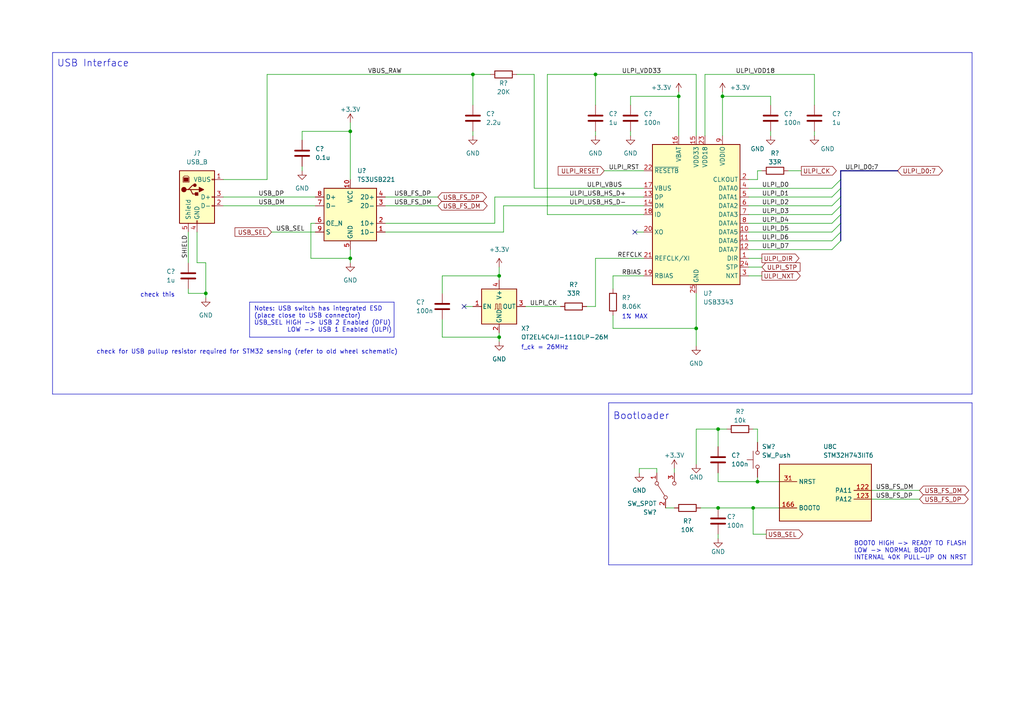
<source format=kicad_sch>
(kicad_sch (version 20230121) (generator eeschema)

  (uuid 989b40a5-7133-42cb-83b4-e20d6be5ce07)

  (paper "A4")

  (title_block
    (rev "v1.0")
  )

  (lib_symbols
    (symbol "Connector:USB_B" (pin_names (offset 1.016)) (in_bom yes) (on_board yes)
      (property "Reference" "J" (at -5.08 11.43 0)
        (effects (font (size 1.27 1.27)) (justify left))
      )
      (property "Value" "USB_B" (at -5.08 8.89 0)
        (effects (font (size 1.27 1.27)) (justify left))
      )
      (property "Footprint" "" (at 3.81 -1.27 0)
        (effects (font (size 1.27 1.27)) hide)
      )
      (property "Datasheet" " ~" (at 3.81 -1.27 0)
        (effects (font (size 1.27 1.27)) hide)
      )
      (property "ki_keywords" "connector USB" (at 0 0 0)
        (effects (font (size 1.27 1.27)) hide)
      )
      (property "ki_description" "USB Type B connector" (at 0 0 0)
        (effects (font (size 1.27 1.27)) hide)
      )
      (property "ki_fp_filters" "USB*" (at 0 0 0)
        (effects (font (size 1.27 1.27)) hide)
      )
      (symbol "USB_B_0_1"
        (rectangle (start -5.08 -7.62) (end 5.08 7.62)
          (stroke (width 0.254) (type default))
          (fill (type background))
        )
        (circle (center -3.81 2.159) (radius 0.635)
          (stroke (width 0.254) (type default))
          (fill (type outline))
        )
        (rectangle (start -3.81 5.588) (end -2.54 4.572)
          (stroke (width 0) (type default))
          (fill (type outline))
        )
        (circle (center -0.635 3.429) (radius 0.381)
          (stroke (width 0.254) (type default))
          (fill (type outline))
        )
        (rectangle (start -0.127 -7.62) (end 0.127 -6.858)
          (stroke (width 0) (type default))
          (fill (type none))
        )
        (polyline
          (pts
            (xy -1.905 2.159)
            (xy 0.635 2.159)
          )
          (stroke (width 0.254) (type default))
          (fill (type none))
        )
        (polyline
          (pts
            (xy -3.175 2.159)
            (xy -2.54 2.159)
            (xy -1.27 3.429)
            (xy -0.635 3.429)
          )
          (stroke (width 0.254) (type default))
          (fill (type none))
        )
        (polyline
          (pts
            (xy -2.54 2.159)
            (xy -1.905 2.159)
            (xy -1.27 0.889)
            (xy 0 0.889)
          )
          (stroke (width 0.254) (type default))
          (fill (type none))
        )
        (polyline
          (pts
            (xy 0.635 2.794)
            (xy 0.635 1.524)
            (xy 1.905 2.159)
            (xy 0.635 2.794)
          )
          (stroke (width 0.254) (type default))
          (fill (type outline))
        )
        (polyline
          (pts
            (xy -4.064 4.318)
            (xy -2.286 4.318)
            (xy -2.286 5.715)
            (xy -2.667 6.096)
            (xy -3.683 6.096)
            (xy -4.064 5.715)
            (xy -4.064 4.318)
          )
          (stroke (width 0) (type default))
          (fill (type none))
        )
        (rectangle (start 0.254 1.27) (end -0.508 0.508)
          (stroke (width 0.254) (type default))
          (fill (type outline))
        )
        (rectangle (start 5.08 -2.667) (end 4.318 -2.413)
          (stroke (width 0) (type default))
          (fill (type none))
        )
        (rectangle (start 5.08 -0.127) (end 4.318 0.127)
          (stroke (width 0) (type default))
          (fill (type none))
        )
        (rectangle (start 5.08 4.953) (end 4.318 5.207)
          (stroke (width 0) (type default))
          (fill (type none))
        )
      )
      (symbol "USB_B_1_1"
        (pin power_out line (at 7.62 5.08 180) (length 2.54)
          (name "VBUS" (effects (font (size 1.27 1.27))))
          (number "1" (effects (font (size 1.27 1.27))))
        )
        (pin bidirectional line (at 7.62 -2.54 180) (length 2.54)
          (name "D-" (effects (font (size 1.27 1.27))))
          (number "2" (effects (font (size 1.27 1.27))))
        )
        (pin bidirectional line (at 7.62 0 180) (length 2.54)
          (name "D+" (effects (font (size 1.27 1.27))))
          (number "3" (effects (font (size 1.27 1.27))))
        )
        (pin power_out line (at 0 -10.16 90) (length 2.54)
          (name "GND" (effects (font (size 1.27 1.27))))
          (number "4" (effects (font (size 1.27 1.27))))
        )
        (pin passive line (at -2.54 -10.16 90) (length 2.54)
          (name "Shield" (effects (font (size 1.27 1.27))))
          (number "5" (effects (font (size 1.27 1.27))))
        )
      )
    )
    (symbol "Device:C" (pin_numbers hide) (pin_names (offset 0.254)) (in_bom yes) (on_board yes)
      (property "Reference" "C" (at 0.635 2.54 0)
        (effects (font (size 1.27 1.27)) (justify left))
      )
      (property "Value" "C" (at 0.635 -2.54 0)
        (effects (font (size 1.27 1.27)) (justify left))
      )
      (property "Footprint" "" (at 0.9652 -3.81 0)
        (effects (font (size 1.27 1.27)) hide)
      )
      (property "Datasheet" "~" (at 0 0 0)
        (effects (font (size 1.27 1.27)) hide)
      )
      (property "ki_keywords" "cap capacitor" (at 0 0 0)
        (effects (font (size 1.27 1.27)) hide)
      )
      (property "ki_description" "Unpolarized capacitor" (at 0 0 0)
        (effects (font (size 1.27 1.27)) hide)
      )
      (property "ki_fp_filters" "C_*" (at 0 0 0)
        (effects (font (size 1.27 1.27)) hide)
      )
      (symbol "C_0_1"
        (polyline
          (pts
            (xy -2.032 -0.762)
            (xy 2.032 -0.762)
          )
          (stroke (width 0.508) (type default))
          (fill (type none))
        )
        (polyline
          (pts
            (xy -2.032 0.762)
            (xy 2.032 0.762)
          )
          (stroke (width 0.508) (type default))
          (fill (type none))
        )
      )
      (symbol "C_1_1"
        (pin passive line (at 0 3.81 270) (length 2.794)
          (name "~" (effects (font (size 1.27 1.27))))
          (number "1" (effects (font (size 1.27 1.27))))
        )
        (pin passive line (at 0 -3.81 90) (length 2.794)
          (name "~" (effects (font (size 1.27 1.27))))
          (number "2" (effects (font (size 1.27 1.27))))
        )
      )
    )
    (symbol "Device:R" (pin_numbers hide) (pin_names (offset 0)) (in_bom yes) (on_board yes)
      (property "Reference" "R" (at 2.032 0 90)
        (effects (font (size 1.27 1.27)))
      )
      (property "Value" "R" (at 0 0 90)
        (effects (font (size 1.27 1.27)))
      )
      (property "Footprint" "" (at -1.778 0 90)
        (effects (font (size 1.27 1.27)) hide)
      )
      (property "Datasheet" "~" (at 0 0 0)
        (effects (font (size 1.27 1.27)) hide)
      )
      (property "ki_keywords" "R res resistor" (at 0 0 0)
        (effects (font (size 1.27 1.27)) hide)
      )
      (property "ki_description" "Resistor" (at 0 0 0)
        (effects (font (size 1.27 1.27)) hide)
      )
      (property "ki_fp_filters" "R_*" (at 0 0 0)
        (effects (font (size 1.27 1.27)) hide)
      )
      (symbol "R_0_1"
        (rectangle (start -1.016 -2.54) (end 1.016 2.54)
          (stroke (width 0.254) (type default))
          (fill (type none))
        )
      )
      (symbol "R_1_1"
        (pin passive line (at 0 3.81 270) (length 1.27)
          (name "~" (effects (font (size 1.27 1.27))))
          (number "1" (effects (font (size 1.27 1.27))))
        )
        (pin passive line (at 0 -3.81 90) (length 1.27)
          (name "~" (effects (font (size 1.27 1.27))))
          (number "2" (effects (font (size 1.27 1.27))))
        )
      )
    )
    (symbol "Interface_USB:USB3343" (in_bom yes) (on_board yes)
      (property "Reference" "U" (at 0 2.54 0)
        (effects (font (size 1.27 1.27)))
      )
      (property "Value" "USB3343" (at 0 0 0)
        (effects (font (size 1.27 1.27)))
      )
      (property "Footprint" "Package_DFN_QFN:QFN-24-1EP_4x4mm_P0.5mm_EP2.6x2.6mm" (at 12.7 5.08 0)
        (effects (font (size 1.27 1.27)) hide)
      )
      (property "Datasheet" "http://ww1.microchip.com/downloads/en/DeviceDoc/334x.pdf" (at 12.7 7.62 0)
        (effects (font (size 1.27 1.27)) hide)
      )
      (property "ki_keywords" "USB ULPI Transceiver" (at 0 0 0)
        (effects (font (size 1.27 1.27)) hide)
      )
      (property "ki_description" "Hi-Speed USB ULPI Transceiver, QFN-24" (at 0 0 0)
        (effects (font (size 1.27 1.27)) hide)
      )
      (property "ki_fp_filters" "QFN*1EP*4x4mm*P0.5mm*" (at 0 0 0)
        (effects (font (size 1.27 1.27)) hide)
      )
      (symbol "USB3343_0_1"
        (rectangle (start -12.7 20.32) (end 12.7 -20.32)
          (stroke (width 0.254) (type default))
          (fill (type background))
        )
      )
      (symbol "USB3343_1_1"
        (pin output line (at 15.24 -12.7 180) (length 2.54)
          (name "DIR" (effects (font (size 1.27 1.27))))
          (number "1" (effects (font (size 1.27 1.27))))
        )
        (pin bidirectional line (at 15.24 -5.08 180) (length 2.54)
          (name "DATA5" (effects (font (size 1.27 1.27))))
          (number "10" (effects (font (size 1.27 1.27))))
        )
        (pin bidirectional line (at 15.24 -7.62 180) (length 2.54)
          (name "DATA6" (effects (font (size 1.27 1.27))))
          (number "11" (effects (font (size 1.27 1.27))))
        )
        (pin bidirectional line (at 15.24 -10.16 180) (length 2.54)
          (name "DATA7" (effects (font (size 1.27 1.27))))
          (number "12" (effects (font (size 1.27 1.27))))
        )
        (pin bidirectional line (at -15.24 5.08 0) (length 2.54)
          (name "DP" (effects (font (size 1.27 1.27))))
          (number "13" (effects (font (size 1.27 1.27))))
        )
        (pin bidirectional line (at -15.24 2.54 0) (length 2.54)
          (name "DM" (effects (font (size 1.27 1.27))))
          (number "14" (effects (font (size 1.27 1.27))))
        )
        (pin power_out line (at 0 22.86 270) (length 2.54)
          (name "VDD33" (effects (font (size 1.27 1.27))))
          (number "15" (effects (font (size 1.27 1.27))))
        )
        (pin power_in line (at -5.08 22.86 270) (length 2.54)
          (name "VBAT" (effects (font (size 1.27 1.27))))
          (number "16" (effects (font (size 1.27 1.27))))
        )
        (pin input line (at -15.24 7.62 0) (length 2.54)
          (name "VBUS" (effects (font (size 1.27 1.27))))
          (number "17" (effects (font (size 1.27 1.27))))
        )
        (pin input line (at -15.24 0 0) (length 2.54)
          (name "ID" (effects (font (size 1.27 1.27))))
          (number "18" (effects (font (size 1.27 1.27))))
        )
        (pin passive line (at -15.24 -17.78 0) (length 2.54)
          (name "RBIAS" (effects (font (size 1.27 1.27))))
          (number "19" (effects (font (size 1.27 1.27))))
        )
        (pin output line (at 15.24 10.16 180) (length 2.54)
          (name "CLKOUT" (effects (font (size 1.27 1.27))))
          (number "2" (effects (font (size 1.27 1.27))))
        )
        (pin output line (at -15.24 -5.08 0) (length 2.54)
          (name "XO" (effects (font (size 1.27 1.27))))
          (number "20" (effects (font (size 1.27 1.27))))
        )
        (pin input line (at -15.24 -12.7 0) (length 2.54)
          (name "REFCLK/XI" (effects (font (size 1.27 1.27))))
          (number "21" (effects (font (size 1.27 1.27))))
        )
        (pin input line (at -15.24 12.7 0) (length 2.54)
          (name "~{RESETB}" (effects (font (size 1.27 1.27))))
          (number "22" (effects (font (size 1.27 1.27))))
        )
        (pin power_out line (at 2.54 22.86 270) (length 2.54)
          (name "VDD18" (effects (font (size 1.27 1.27))))
          (number "23" (effects (font (size 1.27 1.27))))
        )
        (pin input line (at 15.24 -15.24 180) (length 2.54)
          (name "STP" (effects (font (size 1.27 1.27))))
          (number "24" (effects (font (size 1.27 1.27))))
        )
        (pin power_in line (at 0 -22.86 90) (length 2.54)
          (name "GND" (effects (font (size 1.27 1.27))))
          (number "25" (effects (font (size 1.27 1.27))))
        )
        (pin output line (at 15.24 -17.78 180) (length 2.54)
          (name "NXT" (effects (font (size 1.27 1.27))))
          (number "3" (effects (font (size 1.27 1.27))))
        )
        (pin bidirectional line (at 15.24 7.62 180) (length 2.54)
          (name "DATA0" (effects (font (size 1.27 1.27))))
          (number "4" (effects (font (size 1.27 1.27))))
        )
        (pin bidirectional line (at 15.24 5.08 180) (length 2.54)
          (name "DATA1" (effects (font (size 1.27 1.27))))
          (number "5" (effects (font (size 1.27 1.27))))
        )
        (pin bidirectional line (at 15.24 2.54 180) (length 2.54)
          (name "DATA2" (effects (font (size 1.27 1.27))))
          (number "6" (effects (font (size 1.27 1.27))))
        )
        (pin bidirectional line (at 15.24 0 180) (length 2.54)
          (name "DATA3" (effects (font (size 1.27 1.27))))
          (number "7" (effects (font (size 1.27 1.27))))
        )
        (pin bidirectional line (at 15.24 -2.54 180) (length 2.54)
          (name "DATA4" (effects (font (size 1.27 1.27))))
          (number "8" (effects (font (size 1.27 1.27))))
        )
        (pin power_in line (at 7.62 22.86 270) (length 2.54)
          (name "VDDIO" (effects (font (size 1.27 1.27))))
          (number "9" (effects (font (size 1.27 1.27))))
        )
      )
    )
    (symbol "Oscillator:XO53" (pin_names (offset 0.254)) (in_bom yes) (on_board yes)
      (property "Reference" "X" (at -5.08 6.35 0)
        (effects (font (size 1.27 1.27)) (justify left))
      )
      (property "Value" "XO53" (at 1.27 -6.35 0)
        (effects (font (size 1.27 1.27)) (justify left))
      )
      (property "Footprint" "Oscillator:Oscillator_SMD_EuroQuartz_XO53-4Pin_5.0x3.2mm" (at 17.78 -8.89 0)
        (effects (font (size 1.27 1.27)) hide)
      )
      (property "Datasheet" "http://cdn-reichelt.de/documents/datenblatt/B400/XO53.pdf" (at -2.54 0 0)
        (effects (font (size 1.27 1.27)) hide)
      )
      (property "ki_keywords" "Crystal Clock Oscillator" (at 0 0 0)
        (effects (font (size 1.27 1.27)) hide)
      )
      (property "ki_description" "Low Power Consumption Clock Oscillator" (at 0 0 0)
        (effects (font (size 1.27 1.27)) hide)
      )
      (property "ki_fp_filters" "Oscillator*SMD*EuroQuartz*XO53*5.0x3.2mm*" (at 0 0 0)
        (effects (font (size 1.27 1.27)) hide)
      )
      (symbol "XO53_0_1"
        (rectangle (start -5.08 5.08) (end 5.08 -5.08)
          (stroke (width 0.254) (type default))
          (fill (type background))
        )
        (polyline
          (pts
            (xy 0.762 -0.762)
            (xy 0.508 -0.762)
            (xy 0.508 0.762)
            (xy 0 0.762)
            (xy 0 -0.762)
            (xy -0.508 -0.762)
            (xy -0.508 0.762)
            (xy -1.016 0.762)
            (xy -1.016 -0.762)
            (xy -1.27 -0.762)
          )
          (stroke (width 0) (type default))
          (fill (type none))
        )
      )
      (symbol "XO53_1_1"
        (pin input line (at -7.62 0 0) (length 2.54)
          (name "EN" (effects (font (size 1.27 1.27))))
          (number "1" (effects (font (size 1.27 1.27))))
        )
        (pin power_in line (at 0 -7.62 90) (length 2.54)
          (name "GND" (effects (font (size 1.27 1.27))))
          (number "2" (effects (font (size 1.27 1.27))))
        )
        (pin output line (at 7.62 0 180) (length 2.54)
          (name "OUT" (effects (font (size 1.27 1.27))))
          (number "3" (effects (font (size 1.27 1.27))))
        )
        (pin power_in line (at 0 7.62 270) (length 2.54)
          (name "V+" (effects (font (size 1.27 1.27))))
          (number "4" (effects (font (size 1.27 1.27))))
        )
      )
    )
    (symbol "STM32H743IITx_2" (in_bom yes) (on_board yes)
      (property "Reference" "U8" (at -3.81 12.7 0)
        (effects (font (size 1.27 1.27)) (justify left))
      )
      (property "Value" "STM32H743IIT6" (at -3.81 10.16 0)
        (effects (font (size 1.27 1.27)) (justify left))
      )
      (property "Footprint" "Package_QFP:LQFP-176_24x24mm_P0.5mm" (at 50.8 -13.97 0)
        (effects (font (size 1.27 1.27)) (justify right) hide)
      )
      (property "Datasheet" "http://www.st.com/st-web-ui/static/active/en/resource/technical/document/datasheet/DM00387108.pdf" (at 0 0 0)
        (effects (font (size 1.27 1.27)) hide)
      )
      (property "ki_locked" "" (at 0 0 0)
        (effects (font (size 1.27 1.27)))
      )
      (property "ki_keywords" "ARM Cortex-M7 STM32H7 STM32H7x3" (at 0 0 0)
        (effects (font (size 1.27 1.27)) hide)
      )
      (property "ki_description" "ARM Cortex-M7 MCU, 2048KB flash, 864KB RAM, 400MHz, 1.7-3.6V, 140 GPIO, LQFP-176" (at 0 0 0)
        (effects (font (size 1.27 1.27)) hide)
      )
      (property "ki_fp_filters" "LQFP*24x24mm*P0.5mm*" (at 0 0 0)
        (effects (font (size 1.27 1.27)) hide)
      )
      (symbol "STM32H743IITx_2_1_1"
        (rectangle (start -35.56 111.76) (end 35.56 -114.3)
          (stroke (width 0.254) (type default))
          (fill (type background))
        )
        (pin bidirectional line (at 35.56 -73.66 180) (length 5.08)
          (name "PE2" (effects (font (size 1.27 1.27))))
          (number "1" (effects (font (size 1.27 1.27))))
        )
        (pin bidirectional line (at 35.56 -20.32 180) (length 5.08)
          (name "PC15" (effects (font (size 1.27 1.27))))
          (number "10" (effects (font (size 1.27 1.27))))
        )
        (pin bidirectional line (at 35.56 -55.88 180) (length 5.08)
          (name "PD12" (effects (font (size 1.27 1.27))))
          (number "100" (effects (font (size 1.27 1.27))))
        )
        (pin bidirectional line (at 35.56 -58.42 180) (length 5.08)
          (name "PD13" (effects (font (size 1.27 1.27))))
          (number "101" (effects (font (size 1.27 1.27))))
        )
        (pin bidirectional line (at 35.56 -60.96 180) (length 5.08)
          (name "PD14" (effects (font (size 1.27 1.27))))
          (number "104" (effects (font (size 1.27 1.27))))
        )
        (pin bidirectional line (at 35.56 -63.5 180) (length 5.08)
          (name "PD15" (effects (font (size 1.27 1.27))))
          (number "105" (effects (font (size 1.27 1.27))))
        )
        (pin bidirectional line (at -35.56 -30.48 0) (length 5.08)
          (name "PG2" (effects (font (size 1.27 1.27))))
          (number "106" (effects (font (size 1.27 1.27))))
        )
        (pin bidirectional line (at -35.56 -33.02 0) (length 5.08)
          (name "PG3" (effects (font (size 1.27 1.27))))
          (number "107" (effects (font (size 1.27 1.27))))
        )
        (pin bidirectional line (at -35.56 -35.56 0) (length 5.08)
          (name "PG4" (effects (font (size 1.27 1.27))))
          (number "108" (effects (font (size 1.27 1.27))))
        )
        (pin bidirectional line (at -35.56 -38.1 0) (length 5.08)
          (name "PG5" (effects (font (size 1.27 1.27))))
          (number "109" (effects (font (size 1.27 1.27))))
        )
        (pin bidirectional line (at -35.56 27.94 0) (length 5.08)
          (name "PI9" (effects (font (size 1.27 1.27))))
          (number "11" (effects (font (size 1.27 1.27))))
        )
        (pin bidirectional line (at -35.56 -40.64 0) (length 5.08)
          (name "PG6" (effects (font (size 1.27 1.27))))
          (number "110" (effects (font (size 1.27 1.27))))
        )
        (pin bidirectional line (at -35.56 -43.18 0) (length 5.08)
          (name "PG7" (effects (font (size 1.27 1.27))))
          (number "111" (effects (font (size 1.27 1.27))))
        )
        (pin bidirectional line (at -35.56 -45.72 0) (length 5.08)
          (name "PG8" (effects (font (size 1.27 1.27))))
          (number "112" (effects (font (size 1.27 1.27))))
        )
        (pin bidirectional line (at 35.56 2.54 180) (length 5.08)
          (name "PC6" (effects (font (size 1.27 1.27))))
          (number "115" (effects (font (size 1.27 1.27))))
        )
        (pin bidirectional line (at 35.56 0 180) (length 5.08)
          (name "PC7" (effects (font (size 1.27 1.27))))
          (number "116" (effects (font (size 1.27 1.27))))
        )
        (pin bidirectional line (at 35.56 -2.54 180) (length 5.08)
          (name "PC8" (effects (font (size 1.27 1.27))))
          (number "117" (effects (font (size 1.27 1.27))))
        )
        (pin bidirectional line (at 35.56 -5.08 180) (length 5.08)
          (name "PC9" (effects (font (size 1.27 1.27))))
          (number "118" (effects (font (size 1.27 1.27))))
        )
        (pin bidirectional line (at 35.56 83.82 180) (length 5.08)
          (name "PA8" (effects (font (size 1.27 1.27))))
          (number "119" (effects (font (size 1.27 1.27))))
        )
        (pin bidirectional line (at -35.56 25.4 0) (length 5.08)
          (name "PI10" (effects (font (size 1.27 1.27))))
          (number "12" (effects (font (size 1.27 1.27))))
        )
        (pin bidirectional line (at 35.56 81.28 180) (length 5.08)
          (name "PA9" (effects (font (size 1.27 1.27))))
          (number "120" (effects (font (size 1.27 1.27))))
        )
        (pin bidirectional line (at 35.56 78.74 180) (length 5.08)
          (name "PA10" (effects (font (size 1.27 1.27))))
          (number "121" (effects (font (size 1.27 1.27))))
        )
        (pin bidirectional line (at 35.56 71.12 180) (length 5.08)
          (name "PA13" (effects (font (size 1.27 1.27))))
          (number "124" (effects (font (size 1.27 1.27))))
        )
        (pin bidirectional line (at -35.56 -15.24 0) (length 5.08)
          (name "PH13" (effects (font (size 1.27 1.27))))
          (number "128" (effects (font (size 1.27 1.27))))
        )
        (pin bidirectional line (at -35.56 -17.78 0) (length 5.08)
          (name "PH14" (effects (font (size 1.27 1.27))))
          (number "129" (effects (font (size 1.27 1.27))))
        )
        (pin bidirectional line (at -35.56 22.86 0) (length 5.08)
          (name "PI11" (effects (font (size 1.27 1.27))))
          (number "13" (effects (font (size 1.27 1.27))))
        )
        (pin bidirectional line (at -35.56 -20.32 0) (length 5.08)
          (name "PH15" (effects (font (size 1.27 1.27))))
          (number "130" (effects (font (size 1.27 1.27))))
        )
        (pin bidirectional line (at -35.56 50.8 0) (length 5.08)
          (name "PI0" (effects (font (size 1.27 1.27))))
          (number "131" (effects (font (size 1.27 1.27))))
        )
        (pin bidirectional line (at -35.56 48.26 0) (length 5.08)
          (name "PI1" (effects (font (size 1.27 1.27))))
          (number "132" (effects (font (size 1.27 1.27))))
        )
        (pin bidirectional line (at -35.56 45.72 0) (length 5.08)
          (name "PI2" (effects (font (size 1.27 1.27))))
          (number "133" (effects (font (size 1.27 1.27))))
        )
        (pin bidirectional line (at -35.56 43.18 0) (length 5.08)
          (name "PI3" (effects (font (size 1.27 1.27))))
          (number "134" (effects (font (size 1.27 1.27))))
        )
        (pin bidirectional line (at 35.56 68.58 180) (length 5.08)
          (name "PA14" (effects (font (size 1.27 1.27))))
          (number "137" (effects (font (size 1.27 1.27))))
        )
        (pin bidirectional line (at 35.56 66.04 180) (length 5.08)
          (name "PA15" (effects (font (size 1.27 1.27))))
          (number "138" (effects (font (size 1.27 1.27))))
        )
        (pin bidirectional line (at 35.56 -7.62 180) (length 5.08)
          (name "PC10" (effects (font (size 1.27 1.27))))
          (number "139" (effects (font (size 1.27 1.27))))
        )
        (pin bidirectional line (at 35.56 -10.16 180) (length 5.08)
          (name "PC11" (effects (font (size 1.27 1.27))))
          (number "140" (effects (font (size 1.27 1.27))))
        )
        (pin bidirectional line (at 35.56 -12.7 180) (length 5.08)
          (name "PC12" (effects (font (size 1.27 1.27))))
          (number "141" (effects (font (size 1.27 1.27))))
        )
        (pin bidirectional line (at 35.56 -25.4 180) (length 5.08)
          (name "PD0" (effects (font (size 1.27 1.27))))
          (number "142" (effects (font (size 1.27 1.27))))
        )
        (pin bidirectional line (at 35.56 -27.94 180) (length 5.08)
          (name "PD1" (effects (font (size 1.27 1.27))))
          (number "143" (effects (font (size 1.27 1.27))))
        )
        (pin bidirectional line (at 35.56 -30.48 180) (length 5.08)
          (name "PD2" (effects (font (size 1.27 1.27))))
          (number "144" (effects (font (size 1.27 1.27))))
        )
        (pin bidirectional line (at 35.56 -33.02 180) (length 5.08)
          (name "PD3" (effects (font (size 1.27 1.27))))
          (number "145" (effects (font (size 1.27 1.27))))
        )
        (pin bidirectional line (at 35.56 -35.56 180) (length 5.08)
          (name "PD4" (effects (font (size 1.27 1.27))))
          (number "146" (effects (font (size 1.27 1.27))))
        )
        (pin bidirectional line (at 35.56 -38.1 180) (length 5.08)
          (name "PD5" (effects (font (size 1.27 1.27))))
          (number "147" (effects (font (size 1.27 1.27))))
        )
        (pin bidirectional line (at 35.56 -40.64 180) (length 5.08)
          (name "PD6" (effects (font (size 1.27 1.27))))
          (number "150" (effects (font (size 1.27 1.27))))
        )
        (pin bidirectional line (at 35.56 -43.18 180) (length 5.08)
          (name "PD7" (effects (font (size 1.27 1.27))))
          (number "151" (effects (font (size 1.27 1.27))))
        )
        (pin bidirectional line (at -35.56 -48.26 0) (length 5.08)
          (name "PG9" (effects (font (size 1.27 1.27))))
          (number "152" (effects (font (size 1.27 1.27))))
        )
        (pin bidirectional line (at -35.56 -50.8 0) (length 5.08)
          (name "PG10" (effects (font (size 1.27 1.27))))
          (number "153" (effects (font (size 1.27 1.27))))
        )
        (pin bidirectional line (at -35.56 -53.34 0) (length 5.08)
          (name "PG11" (effects (font (size 1.27 1.27))))
          (number "154" (effects (font (size 1.27 1.27))))
        )
        (pin bidirectional line (at -35.56 -55.88 0) (length 5.08)
          (name "PG12" (effects (font (size 1.27 1.27))))
          (number "155" (effects (font (size 1.27 1.27))))
        )
        (pin bidirectional line (at -35.56 -58.42 0) (length 5.08)
          (name "PG13" (effects (font (size 1.27 1.27))))
          (number "156" (effects (font (size 1.27 1.27))))
        )
        (pin bidirectional line (at -35.56 -60.96 0) (length 5.08)
          (name "PG14" (effects (font (size 1.27 1.27))))
          (number "157" (effects (font (size 1.27 1.27))))
        )
        (pin bidirectional line (at -35.56 -68.58 0) (length 5.08)
          (name "PF0" (effects (font (size 1.27 1.27))))
          (number "16" (effects (font (size 1.27 1.27))))
        )
        (pin bidirectional line (at -35.56 -63.5 0) (length 5.08)
          (name "PG15" (effects (font (size 1.27 1.27))))
          (number "160" (effects (font (size 1.27 1.27))))
        )
        (pin bidirectional line (at 35.56 53.34 180) (length 5.08)
          (name "PB3" (effects (font (size 1.27 1.27))))
          (number "161" (effects (font (size 1.27 1.27))))
        )
        (pin bidirectional line (at 35.56 50.8 180) (length 5.08)
          (name "PB4" (effects (font (size 1.27 1.27))))
          (number "162" (effects (font (size 1.27 1.27))))
        )
        (pin bidirectional line (at 35.56 48.26 180) (length 5.08)
          (name "PB5" (effects (font (size 1.27 1.27))))
          (number "163" (effects (font (size 1.27 1.27))))
        )
        (pin bidirectional line (at 35.56 45.72 180) (length 5.08)
          (name "PB6" (effects (font (size 1.27 1.27))))
          (number "164" (effects (font (size 1.27 1.27))))
        )
        (pin bidirectional line (at 35.56 43.18 180) (length 5.08)
          (name "PB7" (effects (font (size 1.27 1.27))))
          (number "165" (effects (font (size 1.27 1.27))))
        )
        (pin input line (at -35.56 96.52 0) (length 5.08)
          (name "BOOT0" (effects (font (size 1.27 1.27))))
          (number "166" (effects (font (size 1.27 1.27))))
        )
        (pin bidirectional line (at 35.56 40.64 180) (length 5.08)
          (name "PB8" (effects (font (size 1.27 1.27))))
          (number "167" (effects (font (size 1.27 1.27))))
        )
        (pin bidirectional line (at 35.56 38.1 180) (length 5.08)
          (name "PB9" (effects (font (size 1.27 1.27))))
          (number "168" (effects (font (size 1.27 1.27))))
        )
        (pin bidirectional line (at 35.56 -68.58 180) (length 5.08)
          (name "PE0" (effects (font (size 1.27 1.27))))
          (number "169" (effects (font (size 1.27 1.27))))
        )
        (pin bidirectional line (at -35.56 -71.12 0) (length 5.08)
          (name "PF1" (effects (font (size 1.27 1.27))))
          (number "17" (effects (font (size 1.27 1.27))))
        )
        (pin bidirectional line (at 35.56 -71.12 180) (length 5.08)
          (name "PE1" (effects (font (size 1.27 1.27))))
          (number "170" (effects (font (size 1.27 1.27))))
        )
        (pin input line (at -35.56 101.6 0) (length 5.08)
          (name "PDR_ON" (effects (font (size 1.27 1.27))))
          (number "171" (effects (font (size 1.27 1.27))))
        )
        (pin bidirectional line (at -35.56 40.64 0) (length 5.08)
          (name "PI4" (effects (font (size 1.27 1.27))))
          (number "173" (effects (font (size 1.27 1.27))))
        )
        (pin bidirectional line (at -35.56 38.1 0) (length 5.08)
          (name "PI5" (effects (font (size 1.27 1.27))))
          (number "174" (effects (font (size 1.27 1.27))))
        )
        (pin bidirectional line (at -35.56 35.56 0) (length 5.08)
          (name "PI6" (effects (font (size 1.27 1.27))))
          (number "175" (effects (font (size 1.27 1.27))))
        )
        (pin bidirectional line (at -35.56 33.02 0) (length 5.08)
          (name "PI7" (effects (font (size 1.27 1.27))))
          (number "176" (effects (font (size 1.27 1.27))))
        )
        (pin bidirectional line (at -35.56 -73.66 0) (length 5.08)
          (name "PF2" (effects (font (size 1.27 1.27))))
          (number "18" (effects (font (size 1.27 1.27))))
        )
        (pin bidirectional line (at -35.56 -76.2 0) (length 5.08)
          (name "PF3" (effects (font (size 1.27 1.27))))
          (number "19" (effects (font (size 1.27 1.27))))
        )
        (pin bidirectional line (at 35.56 -76.2 180) (length 5.08)
          (name "PE3" (effects (font (size 1.27 1.27))))
          (number "2" (effects (font (size 1.27 1.27))))
        )
        (pin bidirectional line (at -35.56 -78.74 0) (length 5.08)
          (name "PF4" (effects (font (size 1.27 1.27))))
          (number "20" (effects (font (size 1.27 1.27))))
        )
        (pin bidirectional line (at -35.56 -81.28 0) (length 5.08)
          (name "PF5" (effects (font (size 1.27 1.27))))
          (number "21" (effects (font (size 1.27 1.27))))
        )
        (pin bidirectional line (at -35.56 -83.82 0) (length 5.08)
          (name "PF6" (effects (font (size 1.27 1.27))))
          (number "24" (effects (font (size 1.27 1.27))))
        )
        (pin bidirectional line (at -35.56 -86.36 0) (length 5.08)
          (name "PF7" (effects (font (size 1.27 1.27))))
          (number "25" (effects (font (size 1.27 1.27))))
        )
        (pin bidirectional line (at -35.56 -88.9 0) (length 5.08)
          (name "PF8" (effects (font (size 1.27 1.27))))
          (number "26" (effects (font (size 1.27 1.27))))
        )
        (pin bidirectional line (at -35.56 -91.44 0) (length 5.08)
          (name "PF9" (effects (font (size 1.27 1.27))))
          (number "27" (effects (font (size 1.27 1.27))))
        )
        (pin bidirectional line (at -35.56 -93.98 0) (length 5.08)
          (name "PF10" (effects (font (size 1.27 1.27))))
          (number "28" (effects (font (size 1.27 1.27))))
        )
        (pin input line (at -35.56 17.78 0) (length 5.08)
          (name "PH0" (effects (font (size 1.27 1.27))))
          (number "29" (effects (font (size 1.27 1.27))))
        )
        (pin bidirectional line (at 35.56 -78.74 180) (length 5.08)
          (name "PE4" (effects (font (size 1.27 1.27))))
          (number "3" (effects (font (size 1.27 1.27))))
        )
        (pin input line (at -35.56 15.24 0) (length 5.08)
          (name "PH1" (effects (font (size 1.27 1.27))))
          (number "30" (effects (font (size 1.27 1.27))))
        )
        (pin input line (at -35.56 104.14 0) (length 5.08)
          (name "NRST" (effects (font (size 1.27 1.27))))
          (number "31" (effects (font (size 1.27 1.27))))
        )
        (pin bidirectional line (at 35.56 17.78 180) (length 5.08)
          (name "PC0" (effects (font (size 1.27 1.27))))
          (number "32" (effects (font (size 1.27 1.27))))
        )
        (pin bidirectional line (at 35.56 15.24 180) (length 5.08)
          (name "PC1" (effects (font (size 1.27 1.27))))
          (number "33" (effects (font (size 1.27 1.27))))
        )
        (pin bidirectional line (at 35.56 12.7 180) (length 5.08)
          (name "PC2_C" (effects (font (size 1.27 1.27))))
          (number "34" (effects (font (size 1.27 1.27))))
        )
        (pin bidirectional line (at 35.56 10.16 180) (length 5.08)
          (name "PC3_C" (effects (font (size 1.27 1.27))))
          (number "35" (effects (font (size 1.27 1.27))))
        )
        (pin bidirectional line (at 35.56 -81.28 180) (length 5.08)
          (name "PE5" (effects (font (size 1.27 1.27))))
          (number "4" (effects (font (size 1.27 1.27))))
        )
        (pin bidirectional line (at 35.56 104.14 180) (length 5.08)
          (name "PA0" (effects (font (size 1.27 1.27))))
          (number "40" (effects (font (size 1.27 1.27))))
        )
        (pin bidirectional line (at 35.56 101.6 180) (length 5.08)
          (name "PA1" (effects (font (size 1.27 1.27))))
          (number "41" (effects (font (size 1.27 1.27))))
        )
        (pin bidirectional line (at 35.56 99.06 180) (length 5.08)
          (name "PA2" (effects (font (size 1.27 1.27))))
          (number "42" (effects (font (size 1.27 1.27))))
        )
        (pin bidirectional line (at -35.56 12.7 0) (length 5.08)
          (name "PH2" (effects (font (size 1.27 1.27))))
          (number "43" (effects (font (size 1.27 1.27))))
        )
        (pin bidirectional line (at -35.56 10.16 0) (length 5.08)
          (name "PH3" (effects (font (size 1.27 1.27))))
          (number "44" (effects (font (size 1.27 1.27))))
        )
        (pin bidirectional line (at -35.56 7.62 0) (length 5.08)
          (name "PH4" (effects (font (size 1.27 1.27))))
          (number "45" (effects (font (size 1.27 1.27))))
        )
        (pin bidirectional line (at -35.56 5.08 0) (length 5.08)
          (name "PH5" (effects (font (size 1.27 1.27))))
          (number "46" (effects (font (size 1.27 1.27))))
        )
        (pin bidirectional line (at 35.56 96.52 180) (length 5.08)
          (name "PA3" (effects (font (size 1.27 1.27))))
          (number "47" (effects (font (size 1.27 1.27))))
        )
        (pin bidirectional line (at 35.56 -83.82 180) (length 5.08)
          (name "PE6" (effects (font (size 1.27 1.27))))
          (number "5" (effects (font (size 1.27 1.27))))
        )
        (pin bidirectional line (at 35.56 93.98 180) (length 5.08)
          (name "PA4" (effects (font (size 1.27 1.27))))
          (number "50" (effects (font (size 1.27 1.27))))
        )
        (pin bidirectional line (at 35.56 91.44 180) (length 5.08)
          (name "PA5" (effects (font (size 1.27 1.27))))
          (number "51" (effects (font (size 1.27 1.27))))
        )
        (pin bidirectional line (at 35.56 88.9 180) (length 5.08)
          (name "PA6" (effects (font (size 1.27 1.27))))
          (number "52" (effects (font (size 1.27 1.27))))
        )
        (pin bidirectional line (at 35.56 86.36 180) (length 5.08)
          (name "PA7" (effects (font (size 1.27 1.27))))
          (number "53" (effects (font (size 1.27 1.27))))
        )
        (pin bidirectional line (at 35.56 7.62 180) (length 5.08)
          (name "PC4" (effects (font (size 1.27 1.27))))
          (number "54" (effects (font (size 1.27 1.27))))
        )
        (pin bidirectional line (at 35.56 5.08 180) (length 5.08)
          (name "PC5" (effects (font (size 1.27 1.27))))
          (number "55" (effects (font (size 1.27 1.27))))
        )
        (pin bidirectional line (at 35.56 60.96 180) (length 5.08)
          (name "PB0" (effects (font (size 1.27 1.27))))
          (number "56" (effects (font (size 1.27 1.27))))
        )
        (pin bidirectional line (at 35.56 58.42 180) (length 5.08)
          (name "PB1" (effects (font (size 1.27 1.27))))
          (number "57" (effects (font (size 1.27 1.27))))
        )
        (pin bidirectional line (at 35.56 55.88 180) (length 5.08)
          (name "PB2" (effects (font (size 1.27 1.27))))
          (number "58" (effects (font (size 1.27 1.27))))
        )
        (pin bidirectional line (at -35.56 -96.52 0) (length 5.08)
          (name "PF11" (effects (font (size 1.27 1.27))))
          (number "59" (effects (font (size 1.27 1.27))))
        )
        (pin bidirectional line (at -35.56 -99.06 0) (length 5.08)
          (name "PF12" (effects (font (size 1.27 1.27))))
          (number "60" (effects (font (size 1.27 1.27))))
        )
        (pin bidirectional line (at -35.56 -101.6 0) (length 5.08)
          (name "PF13" (effects (font (size 1.27 1.27))))
          (number "63" (effects (font (size 1.27 1.27))))
        )
        (pin bidirectional line (at -35.56 -104.14 0) (length 5.08)
          (name "PF14" (effects (font (size 1.27 1.27))))
          (number "64" (effects (font (size 1.27 1.27))))
        )
        (pin bidirectional line (at -35.56 -106.68 0) (length 5.08)
          (name "PF15" (effects (font (size 1.27 1.27))))
          (number "65" (effects (font (size 1.27 1.27))))
        )
        (pin bidirectional line (at -35.56 -25.4 0) (length 5.08)
          (name "PG0" (effects (font (size 1.27 1.27))))
          (number "66" (effects (font (size 1.27 1.27))))
        )
        (pin bidirectional line (at -35.56 -27.94 0) (length 5.08)
          (name "PG1" (effects (font (size 1.27 1.27))))
          (number "67" (effects (font (size 1.27 1.27))))
        )
        (pin bidirectional line (at 35.56 -86.36 180) (length 5.08)
          (name "PE7" (effects (font (size 1.27 1.27))))
          (number "68" (effects (font (size 1.27 1.27))))
        )
        (pin bidirectional line (at 35.56 -88.9 180) (length 5.08)
          (name "PE8" (effects (font (size 1.27 1.27))))
          (number "69" (effects (font (size 1.27 1.27))))
        )
        (pin bidirectional line (at -35.56 30.48 0) (length 5.08)
          (name "PI8" (effects (font (size 1.27 1.27))))
          (number "7" (effects (font (size 1.27 1.27))))
        )
        (pin bidirectional line (at 35.56 -91.44 180) (length 5.08)
          (name "PE9" (effects (font (size 1.27 1.27))))
          (number "70" (effects (font (size 1.27 1.27))))
        )
        (pin bidirectional line (at 35.56 -93.98 180) (length 5.08)
          (name "PE10" (effects (font (size 1.27 1.27))))
          (number "73" (effects (font (size 1.27 1.27))))
        )
        (pin bidirectional line (at 35.56 -96.52 180) (length 5.08)
          (name "PE11" (effects (font (size 1.27 1.27))))
          (number "74" (effects (font (size 1.27 1.27))))
        )
        (pin bidirectional line (at 35.56 -99.06 180) (length 5.08)
          (name "PE12" (effects (font (size 1.27 1.27))))
          (number "75" (effects (font (size 1.27 1.27))))
        )
        (pin bidirectional line (at 35.56 -101.6 180) (length 5.08)
          (name "PE13" (effects (font (size 1.27 1.27))))
          (number "76" (effects (font (size 1.27 1.27))))
        )
        (pin bidirectional line (at 35.56 -104.14 180) (length 5.08)
          (name "PE14" (effects (font (size 1.27 1.27))))
          (number "77" (effects (font (size 1.27 1.27))))
        )
        (pin bidirectional line (at 35.56 -106.68 180) (length 5.08)
          (name "PE15" (effects (font (size 1.27 1.27))))
          (number "78" (effects (font (size 1.27 1.27))))
        )
        (pin bidirectional line (at 35.56 35.56 180) (length 5.08)
          (name "PB10" (effects (font (size 1.27 1.27))))
          (number "79" (effects (font (size 1.27 1.27))))
        )
        (pin bidirectional line (at 35.56 -15.24 180) (length 5.08)
          (name "PC13" (effects (font (size 1.27 1.27))))
          (number "8" (effects (font (size 1.27 1.27))))
        )
        (pin bidirectional line (at 35.56 33.02 180) (length 5.08)
          (name "PB11" (effects (font (size 1.27 1.27))))
          (number "80" (effects (font (size 1.27 1.27))))
        )
        (pin bidirectional line (at -35.56 2.54 0) (length 5.08)
          (name "PH6" (effects (font (size 1.27 1.27))))
          (number "83" (effects (font (size 1.27 1.27))))
        )
        (pin bidirectional line (at -35.56 0 0) (length 5.08)
          (name "PH7" (effects (font (size 1.27 1.27))))
          (number "84" (effects (font (size 1.27 1.27))))
        )
        (pin bidirectional line (at -35.56 -2.54 0) (length 5.08)
          (name "PH8" (effects (font (size 1.27 1.27))))
          (number "85" (effects (font (size 1.27 1.27))))
        )
        (pin bidirectional line (at -35.56 -5.08 0) (length 5.08)
          (name "PH9" (effects (font (size 1.27 1.27))))
          (number "86" (effects (font (size 1.27 1.27))))
        )
        (pin bidirectional line (at -35.56 -7.62 0) (length 5.08)
          (name "PH10" (effects (font (size 1.27 1.27))))
          (number "87" (effects (font (size 1.27 1.27))))
        )
        (pin bidirectional line (at -35.56 -10.16 0) (length 5.08)
          (name "PH11" (effects (font (size 1.27 1.27))))
          (number "88" (effects (font (size 1.27 1.27))))
        )
        (pin bidirectional line (at -35.56 -12.7 0) (length 5.08)
          (name "PH12" (effects (font (size 1.27 1.27))))
          (number "89" (effects (font (size 1.27 1.27))))
        )
        (pin bidirectional line (at 35.56 -17.78 180) (length 5.08)
          (name "PC14" (effects (font (size 1.27 1.27))))
          (number "9" (effects (font (size 1.27 1.27))))
        )
        (pin bidirectional line (at 35.56 30.48 180) (length 5.08)
          (name "PB12" (effects (font (size 1.27 1.27))))
          (number "92" (effects (font (size 1.27 1.27))))
        )
        (pin bidirectional line (at 35.56 27.94 180) (length 5.08)
          (name "PB13" (effects (font (size 1.27 1.27))))
          (number "93" (effects (font (size 1.27 1.27))))
        )
        (pin bidirectional line (at 35.56 25.4 180) (length 5.08)
          (name "PB14" (effects (font (size 1.27 1.27))))
          (number "94" (effects (font (size 1.27 1.27))))
        )
        (pin bidirectional line (at 35.56 22.86 180) (length 5.08)
          (name "PB15" (effects (font (size 1.27 1.27))))
          (number "95" (effects (font (size 1.27 1.27))))
        )
        (pin bidirectional line (at 35.56 -45.72 180) (length 5.08)
          (name "PD8" (effects (font (size 1.27 1.27))))
          (number "96" (effects (font (size 1.27 1.27))))
        )
        (pin bidirectional line (at 35.56 -48.26 180) (length 5.08)
          (name "PD9" (effects (font (size 1.27 1.27))))
          (number "97" (effects (font (size 1.27 1.27))))
        )
        (pin bidirectional line (at 35.56 -50.8 180) (length 5.08)
          (name "PD10" (effects (font (size 1.27 1.27))))
          (number "98" (effects (font (size 1.27 1.27))))
        )
        (pin bidirectional line (at 35.56 -53.34 180) (length 5.08)
          (name "PD11" (effects (font (size 1.27 1.27))))
          (number "99" (effects (font (size 1.27 1.27))))
        )
      )
      (symbol "STM32H743IITx_2_2_1"
        (rectangle (start -27.94 24.13) (end 29.21 -25.4)
          (stroke (width 0.254) (type default))
          (fill (type background))
        )
        (pin power_in line (at 1.27 -25.4 90) (length 5.08)
          (name "VSS" (effects (font (size 1.27 1.27))))
          (number "102" (effects (font (size 1.27 1.27))))
        )
        (pin power_in line (at 2.54 24.13 270) (length 5.08)
          (name "VDD" (effects (font (size 1.27 1.27))))
          (number "103" (effects (font (size 1.27 1.27))))
        )
        (pin power_in line (at 3.81 -25.4 90) (length 5.08)
          (name "VSS" (effects (font (size 1.27 1.27))))
          (number "113" (effects (font (size 1.27 1.27))))
        )
        (pin power_in line (at 17.78 24.13 270) (length 5.08)
          (name "VDD33_USB" (effects (font (size 1.27 1.27))))
          (number "114" (effects (font (size 1.27 1.27))))
        )
        (pin power_in line (at -27.94 -1.27 0) (length 5.08)
          (name "VCAP2" (effects (font (size 1.27 1.27))))
          (number "125" (effects (font (size 1.27 1.27))))
        )
        (pin power_in line (at 6.35 -25.4 90) (length 5.08)
          (name "VSS" (effects (font (size 1.27 1.27))))
          (number "126" (effects (font (size 1.27 1.27))))
        )
        (pin power_in line (at 5.08 24.13 270) (length 5.08)
          (name "VDD" (effects (font (size 1.27 1.27))))
          (number "127" (effects (font (size 1.27 1.27))))
        )
        (pin power_in line (at 8.89 -25.4 90) (length 5.08)
          (name "VSS" (effects (font (size 1.27 1.27))))
          (number "135" (effects (font (size 1.27 1.27))))
        )
        (pin power_in line (at 7.62 24.13 270) (length 5.08)
          (name "VDD" (effects (font (size 1.27 1.27))))
          (number "136" (effects (font (size 1.27 1.27))))
        )
        (pin power_in line (at -13.97 -25.4 90) (length 5.08)
          (name "VSS" (effects (font (size 1.27 1.27))))
          (number "14" (effects (font (size 1.27 1.27))))
        )
        (pin power_in line (at 11.43 -25.4 90) (length 5.08)
          (name "VSS" (effects (font (size 1.27 1.27))))
          (number "148" (effects (font (size 1.27 1.27))))
        )
        (pin power_in line (at 10.16 24.13 270) (length 5.08)
          (name "VDD" (effects (font (size 1.27 1.27))))
          (number "149" (effects (font (size 1.27 1.27))))
        )
        (pin power_in line (at -17.78 24.13 270) (length 5.08)
          (name "VDD" (effects (font (size 1.27 1.27))))
          (number "15" (effects (font (size 1.27 1.27))))
        )
        (pin power_in line (at 13.97 -25.4 90) (length 5.08)
          (name "VSS" (effects (font (size 1.27 1.27))))
          (number "158" (effects (font (size 1.27 1.27))))
        )
        (pin power_in line (at 12.7 24.13 270) (length 5.08)
          (name "VDD" (effects (font (size 1.27 1.27))))
          (number "159" (effects (font (size 1.27 1.27))))
        )
        (pin input line (at -27.94 8.89 0) (length 5.08)
          (name "PDR_ON" (effects (font (size 1.27 1.27))))
          (number "171" (effects (font (size 1.27 1.27))))
        )
        (pin power_in line (at 15.24 24.13 270) (length 5.08)
          (name "VDD" (effects (font (size 1.27 1.27))))
          (number "172" (effects (font (size 1.27 1.27))))
        )
        (pin power_in line (at -11.43 -25.4 90) (length 5.08)
          (name "VSS" (effects (font (size 1.27 1.27))))
          (number "22" (effects (font (size 1.27 1.27))))
        )
        (pin power_in line (at -15.24 24.13 270) (length 5.08)
          (name "VDD" (effects (font (size 1.27 1.27))))
          (number "23" (effects (font (size 1.27 1.27))))
        )
        (pin power_in line (at -12.7 24.13 270) (length 5.08)
          (name "VDD" (effects (font (size 1.27 1.27))))
          (number "36" (effects (font (size 1.27 1.27))))
        )
        (pin power_in line (at 16.51 -25.4 90) (length 5.08)
          (name "VSSA" (effects (font (size 1.27 1.27))))
          (number "37" (effects (font (size 1.27 1.27))))
        )
        (pin bidirectional line (at -27.94 -3.81 0) (length 5.08)
          (name "VREF+" (effects (font (size 1.27 1.27))))
          (number "38" (effects (font (size 1.27 1.27))))
        )
        (pin power_in line (at 20.32 24.13 270) (length 5.08)
          (name "VDDA" (effects (font (size 1.27 1.27))))
          (number "39" (effects (font (size 1.27 1.27))))
        )
        (pin power_in line (at -8.89 -25.4 90) (length 5.08)
          (name "VSS" (effects (font (size 1.27 1.27))))
          (number "48" (effects (font (size 1.27 1.27))))
        )
        (pin power_in line (at -10.16 24.13 270) (length 5.08)
          (name "VDD" (effects (font (size 1.27 1.27))))
          (number "49" (effects (font (size 1.27 1.27))))
        )
        (pin power_in line (at -20.32 24.13 270) (length 5.08)
          (name "VBAT" (effects (font (size 1.27 1.27))))
          (number "6" (effects (font (size 1.27 1.27))))
        )
        (pin power_in line (at -6.35 -25.4 90) (length 5.08)
          (name "VSS" (effects (font (size 1.27 1.27))))
          (number "61" (effects (font (size 1.27 1.27))))
        )
        (pin power_in line (at -7.62 24.13 270) (length 5.08)
          (name "VDD" (effects (font (size 1.27 1.27))))
          (number "62" (effects (font (size 1.27 1.27))))
        )
        (pin power_in line (at -3.81 -25.4 90) (length 5.08)
          (name "VSS" (effects (font (size 1.27 1.27))))
          (number "71" (effects (font (size 1.27 1.27))))
        )
        (pin power_in line (at -5.08 24.13 270) (length 5.08)
          (name "VDD" (effects (font (size 1.27 1.27))))
          (number "72" (effects (font (size 1.27 1.27))))
        )
        (pin power_in line (at -27.94 1.27 0) (length 5.08)
          (name "VCAP1" (effects (font (size 1.27 1.27))))
          (number "81" (effects (font (size 1.27 1.27))))
        )
        (pin power_in line (at -2.54 24.13 270) (length 5.08)
          (name "VDD" (effects (font (size 1.27 1.27))))
          (number "82" (effects (font (size 1.27 1.27))))
        )
        (pin power_in line (at -1.27 -25.4 90) (length 5.08)
          (name "VSS" (effects (font (size 1.27 1.27))))
          (number "90" (effects (font (size 1.27 1.27))))
        )
        (pin power_in line (at 0 24.13 270) (length 5.08)
          (name "VDD" (effects (font (size 1.27 1.27))))
          (number "91" (effects (font (size 1.27 1.27))))
        )
      )
      (symbol "STM32H743IITx_2_3_1"
        (rectangle (start -16.51 7.62) (end 10.16 -8.89)
          (stroke (width 0.254) (type default))
          (fill (type background))
        )
        (pin bidirectional line (at 10.16 0 180) (length 5.08)
          (name "PA11" (effects (font (size 1.27 1.27))))
          (number "122" (effects (font (size 1.27 1.27))))
        )
        (pin bidirectional line (at 10.16 -2.54 180) (length 5.08)
          (name "PA12" (effects (font (size 1.27 1.27))))
          (number "123" (effects (font (size 1.27 1.27))))
        )
        (pin input line (at -16.51 -5.08 0) (length 5.08)
          (name "BOOT0" (effects (font (size 1.27 1.27))))
          (number "166" (effects (font (size 1.27 1.27))))
        )
        (pin input line (at -16.51 2.54 0) (length 5.08)
          (name "NRST" (effects (font (size 1.27 1.27))))
          (number "31" (effects (font (size 1.27 1.27))))
        )
      )
    )
    (symbol "Switch:SW_Push" (pin_numbers hide) (pin_names (offset 1.016) hide) (in_bom yes) (on_board yes)
      (property "Reference" "SW" (at 1.27 2.54 0)
        (effects (font (size 1.27 1.27)) (justify left))
      )
      (property "Value" "SW_Push" (at 0 -1.524 0)
        (effects (font (size 1.27 1.27)))
      )
      (property "Footprint" "" (at 0 5.08 0)
        (effects (font (size 1.27 1.27)) hide)
      )
      (property "Datasheet" "~" (at 0 5.08 0)
        (effects (font (size 1.27 1.27)) hide)
      )
      (property "ki_keywords" "switch normally-open pushbutton push-button" (at 0 0 0)
        (effects (font (size 1.27 1.27)) hide)
      )
      (property "ki_description" "Push button switch, generic, two pins" (at 0 0 0)
        (effects (font (size 1.27 1.27)) hide)
      )
      (symbol "SW_Push_0_1"
        (circle (center -2.032 0) (radius 0.508)
          (stroke (width 0) (type default))
          (fill (type none))
        )
        (polyline
          (pts
            (xy 0 1.27)
            (xy 0 3.048)
          )
          (stroke (width 0) (type default))
          (fill (type none))
        )
        (polyline
          (pts
            (xy 2.54 1.27)
            (xy -2.54 1.27)
          )
          (stroke (width 0) (type default))
          (fill (type none))
        )
        (circle (center 2.032 0) (radius 0.508)
          (stroke (width 0) (type default))
          (fill (type none))
        )
        (pin passive line (at -5.08 0 0) (length 2.54)
          (name "1" (effects (font (size 1.27 1.27))))
          (number "1" (effects (font (size 1.27 1.27))))
        )
        (pin passive line (at 5.08 0 180) (length 2.54)
          (name "2" (effects (font (size 1.27 1.27))))
          (number "2" (effects (font (size 1.27 1.27))))
        )
      )
    )
    (symbol "Switch:SW_SPDT" (pin_names (offset 0) hide) (in_bom yes) (on_board yes)
      (property "Reference" "SW" (at 0 4.318 0)
        (effects (font (size 1.27 1.27)))
      )
      (property "Value" "SW_SPDT" (at 0 -5.08 0)
        (effects (font (size 1.27 1.27)))
      )
      (property "Footprint" "" (at 0 0 0)
        (effects (font (size 1.27 1.27)) hide)
      )
      (property "Datasheet" "~" (at 0 0 0)
        (effects (font (size 1.27 1.27)) hide)
      )
      (property "ki_keywords" "switch single-pole double-throw spdt ON-ON" (at 0 0 0)
        (effects (font (size 1.27 1.27)) hide)
      )
      (property "ki_description" "Switch, single pole double throw" (at 0 0 0)
        (effects (font (size 1.27 1.27)) hide)
      )
      (symbol "SW_SPDT_0_0"
        (circle (center -2.032 0) (radius 0.508)
          (stroke (width 0) (type default))
          (fill (type none))
        )
        (circle (center 2.032 -2.54) (radius 0.508)
          (stroke (width 0) (type default))
          (fill (type none))
        )
      )
      (symbol "SW_SPDT_0_1"
        (polyline
          (pts
            (xy -1.524 0.254)
            (xy 1.651 2.286)
          )
          (stroke (width 0) (type default))
          (fill (type none))
        )
        (circle (center 2.032 2.54) (radius 0.508)
          (stroke (width 0) (type default))
          (fill (type none))
        )
      )
      (symbol "SW_SPDT_1_1"
        (pin passive line (at 5.08 2.54 180) (length 2.54)
          (name "A" (effects (font (size 1.27 1.27))))
          (number "1" (effects (font (size 1.27 1.27))))
        )
        (pin passive line (at -5.08 0 0) (length 2.54)
          (name "B" (effects (font (size 1.27 1.27))))
          (number "2" (effects (font (size 1.27 1.27))))
        )
        (pin passive line (at 5.08 -2.54 180) (length 2.54)
          (name "C" (effects (font (size 1.27 1.27))))
          (number "3" (effects (font (size 1.27 1.27))))
        )
      )
    )
    (symbol "USB 2:TS2USB221" (in_bom yes) (on_board yes)
      (property "Reference" "U" (at -6.35 8.89 0)
        (effects (font (size 1.27 1.27)))
      )
      (property "Value" "TS2USB221" (at 10.16 8.89 0)
        (effects (font (size 1.27 1.27)))
      )
      (property "Footprint" "" (at 30.48 -8.89 0)
        (effects (font (size 1.27 1.27)) hide)
      )
      (property "Datasheet" "https://www.ti.com/lit/ds/symlink/ts3usb221.pdf" (at 36.83 -10.16 0)
        (effects (font (size 1.27 1.27)) hide)
      )
      (property "ki_keywords" "USB 2.0 High Speed Switch" (at 0 0 0)
        (effects (font (size 1.27 1.27)) hide)
      )
      (property "ki_description" "USB 2.0 Switch with ESD Protection, UQFN-10 Pitch 0.5mm" (at 0 0 0)
        (effects (font (size 1.27 1.27)) hide)
      )
      (property "ki_fp_filters" "UQFN*1.3x1.8mm?P0.4mm* UQFN*1.6x2.1mm?P0.5mm*" (at 0 0 0)
        (effects (font (size 1.27 1.27)) hide)
      )
      (symbol "TS2USB221_0_1"
        (rectangle (start 7.62 7.62) (end -7.62 -7.62)
          (stroke (width 0.254) (type default))
          (fill (type background))
        )
      )
      (symbol "TS2USB221_1_1"
        (pin bidirectional line (at 10.16 -5.08 180) (length 2.54)
          (name "1D-" (effects (font (size 1.27 1.27))))
          (number "1" (effects (font (size 1.27 1.27))))
        )
        (pin power_in line (at 0 10.16 270) (length 2.54)
          (name "VCC" (effects (font (size 1.27 1.27))))
          (number "10" (effects (font (size 1.27 1.27))))
        )
        (pin bidirectional line (at 10.16 -2.54 180) (length 2.54)
          (name "1D+" (effects (font (size 1.27 1.27))))
          (number "2" (effects (font (size 1.27 1.27))))
        )
        (pin bidirectional line (at 10.16 2.54 180) (length 2.54)
          (name "2D-" (effects (font (size 1.27 1.27))))
          (number "3" (effects (font (size 1.27 1.27))))
        )
        (pin bidirectional line (at 10.16 5.08 180) (length 2.54)
          (name "2D+" (effects (font (size 1.27 1.27))))
          (number "4" (effects (font (size 1.27 1.27))))
        )
        (pin power_in line (at 0 -10.16 90) (length 2.54)
          (name "GND" (effects (font (size 1.27 1.27))))
          (number "5" (effects (font (size 1.27 1.27))))
        )
        (pin input line (at -10.16 -2.54 0) (length 2.54)
          (name "OE_N" (effects (font (size 1.27 1.27))))
          (number "6" (effects (font (size 1.27 1.27))))
        )
        (pin bidirectional line (at -10.16 2.54 0) (length 2.54)
          (name "D-" (effects (font (size 1.27 1.27))))
          (number "7" (effects (font (size 1.27 1.27))))
        )
        (pin bidirectional line (at -10.16 5.08 0) (length 2.54)
          (name "D+" (effects (font (size 1.27 1.27))))
          (number "8" (effects (font (size 1.27 1.27))))
        )
        (pin input line (at -10.16 -5.08 0) (length 2.54)
          (name "S" (effects (font (size 1.27 1.27))))
          (number "9" (effects (font (size 1.27 1.27))))
        )
      )
    )
    (symbol "power:+3.3V" (power) (pin_names (offset 0)) (in_bom yes) (on_board yes)
      (property "Reference" "#PWR" (at 0 -3.81 0)
        (effects (font (size 1.27 1.27)) hide)
      )
      (property "Value" "+3.3V" (at 0 3.556 0)
        (effects (font (size 1.27 1.27)))
      )
      (property "Footprint" "" (at 0 0 0)
        (effects (font (size 1.27 1.27)) hide)
      )
      (property "Datasheet" "" (at 0 0 0)
        (effects (font (size 1.27 1.27)) hide)
      )
      (property "ki_keywords" "power-flag" (at 0 0 0)
        (effects (font (size 1.27 1.27)) hide)
      )
      (property "ki_description" "Power symbol creates a global label with name \"+3.3V\"" (at 0 0 0)
        (effects (font (size 1.27 1.27)) hide)
      )
      (symbol "+3.3V_0_1"
        (polyline
          (pts
            (xy -0.762 1.27)
            (xy 0 2.54)
          )
          (stroke (width 0) (type default))
          (fill (type none))
        )
        (polyline
          (pts
            (xy 0 0)
            (xy 0 2.54)
          )
          (stroke (width 0) (type default))
          (fill (type none))
        )
        (polyline
          (pts
            (xy 0 2.54)
            (xy 0.762 1.27)
          )
          (stroke (width 0) (type default))
          (fill (type none))
        )
      )
      (symbol "+3.3V_1_1"
        (pin power_in line (at 0 0 90) (length 0) hide
          (name "+3.3V" (effects (font (size 1.27 1.27))))
          (number "1" (effects (font (size 1.27 1.27))))
        )
      )
    )
    (symbol "power:GND" (power) (pin_names (offset 0)) (in_bom yes) (on_board yes)
      (property "Reference" "#PWR" (at 0 -6.35 0)
        (effects (font (size 1.27 1.27)) hide)
      )
      (property "Value" "GND" (at 0 -3.81 0)
        (effects (font (size 1.27 1.27)))
      )
      (property "Footprint" "" (at 0 0 0)
        (effects (font (size 1.27 1.27)) hide)
      )
      (property "Datasheet" "" (at 0 0 0)
        (effects (font (size 1.27 1.27)) hide)
      )
      (property "ki_keywords" "power-flag" (at 0 0 0)
        (effects (font (size 1.27 1.27)) hide)
      )
      (property "ki_description" "Power symbol creates a global label with name \"GND\" , ground" (at 0 0 0)
        (effects (font (size 1.27 1.27)) hide)
      )
      (symbol "GND_0_1"
        (polyline
          (pts
            (xy 0 0)
            (xy 0 -1.27)
            (xy 1.27 -1.27)
            (xy 0 -2.54)
            (xy -1.27 -1.27)
            (xy 0 -1.27)
          )
          (stroke (width 0) (type default))
          (fill (type none))
        )
      )
      (symbol "GND_1_1"
        (pin power_in line (at 0 0 270) (length 0) hide
          (name "GND" (effects (font (size 1.27 1.27))))
          (number "1" (effects (font (size 1.27 1.27))))
        )
      )
    )
  )

  (junction (at 201.93 95.25) (diameter 0) (color 0 0 0 0)
    (uuid 288d96e4-5fdd-4219-b641-c4319bd3de48)
  )
  (junction (at 219.71 139.7) (diameter 0) (color 0 0 0 0)
    (uuid 28feb8fc-290e-465b-be44-bdb1e543e3a6)
  )
  (junction (at 144.78 97.79) (diameter 0) (color 0 0 0 0)
    (uuid 313f82d1-4cd0-4cb3-9d0b-3459e47089ed)
  )
  (junction (at 137.16 21.59) (diameter 0) (color 0 0 0 0)
    (uuid 37a19d2d-4edd-4111-a9da-a9552125afbd)
  )
  (junction (at 59.69 85.09) (diameter 0) (color 0 0 0 0)
    (uuid 4dcd0ae5-162d-4a4d-ae14-cf60e6be7309)
  )
  (junction (at 209.55 27.94) (diameter 0) (color 0 0 0 0)
    (uuid 5359a7b5-cb83-4ff7-8390-128df230a4d5)
  )
  (junction (at 208.28 147.32) (diameter 0) (color 0 0 0 0)
    (uuid 53e101b3-0072-487a-a17d-384e4d15e31e)
  )
  (junction (at 101.6 74.93) (diameter 0) (color 0 0 0 0)
    (uuid 54948a45-83e8-45c7-9517-51a0e4aa7090)
  )
  (junction (at 172.72 21.59) (diameter 0) (color 0 0 0 0)
    (uuid 9eb17f8f-6498-4627-8d90-ca0aede71c3c)
  )
  (junction (at 208.28 124.46) (diameter 0) (color 0 0 0 0)
    (uuid b65d25da-e684-4839-9379-952d62c556d2)
  )
  (junction (at 101.6 38.1) (diameter 0) (color 0 0 0 0)
    (uuid c7dad505-28bb-4d36-9b7f-5851d5b50d21)
  )
  (junction (at 144.78 80.01) (diameter 0) (color 0 0 0 0)
    (uuid d147925b-12df-4869-908c-8cd8c6443559)
  )
  (junction (at 196.85 27.94) (diameter 0) (color 0 0 0 0)
    (uuid d28d2848-e3fb-443f-8f0e-b09b1c7477bb)
  )
  (junction (at 218.44 147.32) (diameter 0) (color 0 0 0 0)
    (uuid d7f3901b-1667-43e6-855a-29eae633ab8a)
  )

  (no_connect (at 134.62 88.9) (uuid ae866303-e64c-4be2-a4ea-d483ebfdeea5))
  (no_connect (at 184.15 67.31) (uuid bfebaac8-2118-4e9d-a857-cad243954a6a))

  (bus_entry (at 241.3 72.39) (size 2.54 -2.54)
    (stroke (width 0) (type default))
    (uuid 1d48372b-d4b2-4fd2-8833-55e24140d9fd)
  )
  (bus_entry (at 241.3 64.77) (size 2.54 -2.54)
    (stroke (width 0) (type default))
    (uuid 1d48372b-d4b2-4fd2-8833-55e24140d9fe)
  )
  (bus_entry (at 241.3 67.31) (size 2.54 -2.54)
    (stroke (width 0) (type default))
    (uuid 1d48372b-d4b2-4fd2-8833-55e24140d9ff)
  )
  (bus_entry (at 241.3 69.85) (size 2.54 -2.54)
    (stroke (width 0) (type default))
    (uuid 1d48372b-d4b2-4fd2-8833-55e24140da00)
  )
  (bus_entry (at 241.3 57.15) (size 2.54 -2.54)
    (stroke (width 0) (type default))
    (uuid 1d48372b-d4b2-4fd2-8833-55e24140da01)
  )
  (bus_entry (at 241.3 59.69) (size 2.54 -2.54)
    (stroke (width 0) (type default))
    (uuid 1d48372b-d4b2-4fd2-8833-55e24140da02)
  )
  (bus_entry (at 241.3 54.61) (size 2.54 -2.54)
    (stroke (width 0) (type default))
    (uuid 1d48372b-d4b2-4fd2-8833-55e24140da03)
  )
  (bus_entry (at 241.3 62.23) (size 2.54 -2.54)
    (stroke (width 0) (type default))
    (uuid 1d48372b-d4b2-4fd2-8833-55e24140da04)
  )

  (wire (pts (xy 219.71 138.43) (xy 219.71 139.7))
    (stroke (width 0) (type default))
    (uuid 01a1d3a6-641f-4a25-9207-2f9b4d017d8b)
  )
  (wire (pts (xy 172.72 38.1) (xy 172.72 39.37))
    (stroke (width 0) (type default))
    (uuid 03e7cd22-8cc3-44aa-9ea0-98bec374a3c2)
  )
  (wire (pts (xy 190.5 137.16) (xy 190.5 135.89))
    (stroke (width 0) (type default))
    (uuid 08c2d03e-dd2d-4e9f-8412-83c632608794)
  )
  (wire (pts (xy 90.17 64.77) (xy 90.17 74.93))
    (stroke (width 0) (type default))
    (uuid 0926d708-c61d-4377-ab64-6ce30637445c)
  )
  (wire (pts (xy 152.4 88.9) (xy 162.56 88.9))
    (stroke (width 0) (type default))
    (uuid 09aa49c5-0c8b-4647-9452-c9094eaeed48)
  )
  (polyline (pts (xy 114.3 87.63) (xy 114.3 97.79))
    (stroke (width 0) (type default))
    (uuid 1031e898-8cc2-4685-bc35-b34eb7fe44a6)
  )

  (wire (pts (xy 209.55 26.67) (xy 209.55 27.94))
    (stroke (width 0) (type default))
    (uuid 10a7fd5b-7c40-4a8e-80e2-a839f617fa46)
  )
  (wire (pts (xy 182.88 38.1) (xy 182.88 39.37))
    (stroke (width 0) (type default))
    (uuid 13602c7b-ab74-4174-b321-3639bd431fbf)
  )
  (wire (pts (xy 177.8 95.25) (xy 201.93 95.25))
    (stroke (width 0) (type default))
    (uuid 13c5dbfc-9f27-4863-950a-21632a270e2e)
  )
  (wire (pts (xy 193.04 147.32) (xy 195.58 147.32))
    (stroke (width 0) (type default))
    (uuid 183449ab-d663-42aa-b4ed-cda54842b3af)
  )
  (wire (pts (xy 87.63 40.64) (xy 87.63 38.1))
    (stroke (width 0) (type default))
    (uuid 190f43c9-c366-450a-a827-490adea0647d)
  )
  (bus (pts (xy 243.84 57.15) (xy 243.84 54.61))
    (stroke (width 0) (type default))
    (uuid 1d4f07cb-08b2-43cc-849e-c612c41ada78)
  )

  (wire (pts (xy 190.5 135.89) (xy 185.42 135.89))
    (stroke (width 0) (type default))
    (uuid 1f641f9a-e9f5-444c-9a86-d18f0546f5d6)
  )
  (wire (pts (xy 137.16 38.1) (xy 137.16 39.37))
    (stroke (width 0) (type default))
    (uuid 20d7d28b-bd2c-499b-9e74-5ea793f6f08d)
  )
  (wire (pts (xy 208.28 139.7) (xy 219.71 139.7))
    (stroke (width 0) (type default))
    (uuid 2378cbc7-4c62-4ece-934d-b5dbaeb16cba)
  )
  (wire (pts (xy 154.94 54.61) (xy 186.69 54.61))
    (stroke (width 0) (type default))
    (uuid 25c7ac70-e4a3-41b9-a662-66a5026e8339)
  )
  (polyline (pts (xy 176.53 116.84) (xy 281.94 116.84))
    (stroke (width 0) (type default))
    (uuid 283c50b5-e4cd-4628-a4bf-1ad70b7c477f)
  )

  (wire (pts (xy 57.15 67.31) (xy 57.15 76.2))
    (stroke (width 0) (type default))
    (uuid 28cdb4eb-9f8a-42a2-8995-6500058b91db)
  )
  (wire (pts (xy 236.22 21.59) (xy 236.22 30.48))
    (stroke (width 0) (type default))
    (uuid 2b3809c7-0d1a-471f-8214-a9ca1e867d7e)
  )
  (wire (pts (xy 218.44 147.32) (xy 218.44 154.94))
    (stroke (width 0) (type default))
    (uuid 2e75471f-fdb6-47bc-ab4c-7fe8f82c4faa)
  )
  (wire (pts (xy 59.69 76.2) (xy 59.69 85.09))
    (stroke (width 0) (type default))
    (uuid 3014ece2-4b0f-41ca-a52d-d7515cc3bd38)
  )
  (wire (pts (xy 223.52 27.94) (xy 223.52 30.48))
    (stroke (width 0) (type default))
    (uuid 30f4c9a7-8fe2-4b6c-9f00-8bb72c2dff1e)
  )
  (wire (pts (xy 111.76 64.77) (xy 143.51 64.77))
    (stroke (width 0) (type default))
    (uuid 34c4e61f-cd8a-49b5-afbe-f1c27c6fd3a4)
  )
  (wire (pts (xy 223.52 27.94) (xy 209.55 27.94))
    (stroke (width 0) (type default))
    (uuid 34d5abf8-3502-4dd6-bb73-7530e65b62c7)
  )
  (polyline (pts (xy 15.24 15.24) (xy 15.24 114.3))
    (stroke (width 0) (type default))
    (uuid 36e166cd-57fb-420f-80cc-889ee7121e8e)
  )

  (wire (pts (xy 57.15 76.2) (xy 59.69 76.2))
    (stroke (width 0) (type default))
    (uuid 3c458502-a992-4adc-851d-41adb4add01b)
  )
  (wire (pts (xy 217.17 72.39) (xy 241.3 72.39))
    (stroke (width 0) (type default))
    (uuid 3cc463d3-6fd4-446c-b6a6-68d1fc66fcb3)
  )
  (wire (pts (xy 217.17 57.15) (xy 241.3 57.15))
    (stroke (width 0) (type default))
    (uuid 3df946c4-6449-4324-b239-73506d3cbbb3)
  )
  (wire (pts (xy 186.69 62.23) (xy 158.75 62.23))
    (stroke (width 0) (type default))
    (uuid 402b827f-7bf3-4650-92b8-96128d69a892)
  )
  (polyline (pts (xy 176.53 116.84) (xy 176.53 163.83))
    (stroke (width 0) (type default))
    (uuid 438933c9-b146-4405-ac9f-8f45efe06394)
  )

  (wire (pts (xy 201.93 85.09) (xy 201.93 95.25))
    (stroke (width 0) (type default))
    (uuid 4583565e-3d6c-4165-97cb-08b12509efdf)
  )
  (wire (pts (xy 217.17 52.07) (xy 219.71 52.07))
    (stroke (width 0) (type default))
    (uuid 486e4dca-f6a6-43c9-84b7-ad2b1d5c4d87)
  )
  (wire (pts (xy 146.05 59.69) (xy 146.05 67.31))
    (stroke (width 0) (type default))
    (uuid 4c0bdd0f-8185-41d7-8aef-c1384f5a06b2)
  )
  (wire (pts (xy 204.47 21.59) (xy 236.22 21.59))
    (stroke (width 0) (type default))
    (uuid 4e22ea3c-4036-42df-b134-97635a597ed0)
  )
  (wire (pts (xy 54.61 83.82) (xy 54.61 85.09))
    (stroke (width 0) (type default))
    (uuid 4f40cf9b-698c-45b8-9b02-ac0881559a98)
  )
  (wire (pts (xy 137.16 21.59) (xy 142.24 21.59))
    (stroke (width 0) (type default))
    (uuid 4fa3da51-362d-48ac-8089-f8c77def7357)
  )
  (bus (pts (xy 243.84 59.69) (xy 243.84 57.15))
    (stroke (width 0) (type default))
    (uuid 53b8da79-9990-4363-9ae9-572e6ea1eaf5)
  )

  (wire (pts (xy 208.28 154.94) (xy 208.28 156.21))
    (stroke (width 0) (type default))
    (uuid 572110e7-3d3c-4402-af20-a25af903bc5f)
  )
  (wire (pts (xy 78.74 67.31) (xy 91.44 67.31))
    (stroke (width 0) (type default))
    (uuid 594a0daa-98f7-4309-868e-3def3f8abd6c)
  )
  (wire (pts (xy 146.05 59.69) (xy 186.69 59.69))
    (stroke (width 0) (type default))
    (uuid 5a56b853-220c-4d82-89e6-d7e2224b04ee)
  )
  (bus (pts (xy 243.84 67.31) (xy 243.84 64.77))
    (stroke (width 0) (type default))
    (uuid 5a7646cc-27fe-446b-a89b-0dda1f9ccd39)
  )

  (wire (pts (xy 177.8 80.01) (xy 177.8 83.82))
    (stroke (width 0) (type default))
    (uuid 5ae7c41d-c833-4505-b6a4-c6f700bfe52e)
  )
  (wire (pts (xy 64.77 57.15) (xy 91.44 57.15))
    (stroke (width 0) (type default))
    (uuid 5b1f458d-c404-4ef0-bdf7-9b27d522d378)
  )
  (wire (pts (xy 143.51 57.15) (xy 186.69 57.15))
    (stroke (width 0) (type default))
    (uuid 63a0715f-9a8e-4c22-8e2b-152629e0a68e)
  )
  (wire (pts (xy 137.16 21.59) (xy 137.16 30.48))
    (stroke (width 0) (type default))
    (uuid 63b12749-64ce-44d5-a8d7-04cd8937a34d)
  )
  (wire (pts (xy 196.85 27.94) (xy 196.85 39.37))
    (stroke (width 0) (type default))
    (uuid 66eba023-32aa-4014-ae61-915dc07e8235)
  )
  (wire (pts (xy 101.6 72.39) (xy 101.6 74.93))
    (stroke (width 0) (type default))
    (uuid 67fabba8-420d-4dda-b648-43ff26db6189)
  )
  (wire (pts (xy 101.6 74.93) (xy 101.6 76.2))
    (stroke (width 0) (type default))
    (uuid 68a3cf71-7c6e-44c8-a291-1a7f7505aa8e)
  )
  (wire (pts (xy 128.27 85.09) (xy 128.27 80.01))
    (stroke (width 0) (type default))
    (uuid 69ac0a00-c753-4ec6-aaf2-f0b777ca8c58)
  )
  (wire (pts (xy 217.17 80.01) (xy 220.98 80.01))
    (stroke (width 0) (type default))
    (uuid 6a9fce35-7cf6-4311-894e-f9f9636142f0)
  )
  (wire (pts (xy 219.71 49.53) (xy 220.98 49.53))
    (stroke (width 0) (type default))
    (uuid 6b14bb90-d20d-4794-96e6-3fe1f5004298)
  )
  (wire (pts (xy 204.47 39.37) (xy 204.47 21.59))
    (stroke (width 0) (type default))
    (uuid 6b150345-62ad-408c-923b-edae5c8a4228)
  )
  (wire (pts (xy 143.51 64.77) (xy 143.51 57.15))
    (stroke (width 0) (type default))
    (uuid 6ee34938-e3b1-4d73-b961-884c56d6d07d)
  )
  (wire (pts (xy 144.78 97.79) (xy 144.78 99.06))
    (stroke (width 0) (type default))
    (uuid 71e40895-7c36-45f6-86b2-74d539a979b6)
  )
  (wire (pts (xy 185.42 135.89) (xy 185.42 137.16))
    (stroke (width 0) (type default))
    (uuid 753dc7ba-a92b-4319-a97c-d16694515130)
  )
  (wire (pts (xy 111.76 57.15) (xy 127 57.15))
    (stroke (width 0) (type default))
    (uuid 77b2e3b9-e072-45f9-b843-e0b196ebe2a7)
  )
  (wire (pts (xy 149.86 21.59) (xy 154.94 21.59))
    (stroke (width 0) (type default))
    (uuid 786d422c-6da8-4edf-b4bb-0f77742cf40d)
  )
  (wire (pts (xy 218.44 124.46) (xy 219.71 124.46))
    (stroke (width 0) (type default))
    (uuid 787114c7-4297-4f94-9209-ea2bcb4acc3c)
  )
  (wire (pts (xy 177.8 80.01) (xy 186.69 80.01))
    (stroke (width 0) (type default))
    (uuid 7dec550d-55b6-4dce-9f24-d66bbae5c31a)
  )
  (wire (pts (xy 252.73 142.24) (xy 266.7 142.24))
    (stroke (width 0) (type default))
    (uuid 7dff08ea-0ff5-49e9-9896-93e522e263a4)
  )
  (wire (pts (xy 195.58 135.89) (xy 195.58 137.16))
    (stroke (width 0) (type default))
    (uuid 82b08f35-e2aa-4448-b68a-24869b09ca73)
  )
  (wire (pts (xy 128.27 92.71) (xy 128.27 97.79))
    (stroke (width 0) (type default))
    (uuid 84099379-3b1e-4526-9380-aebda2dbd144)
  )
  (wire (pts (xy 158.75 62.23) (xy 158.75 21.59))
    (stroke (width 0) (type default))
    (uuid 8666fce9-5592-4642-b828-16cca1741f3a)
  )
  (wire (pts (xy 111.76 67.31) (xy 146.05 67.31))
    (stroke (width 0) (type default))
    (uuid 86946261-fe3a-4eb8-8781-dd79a60b76c9)
  )
  (wire (pts (xy 172.72 74.93) (xy 186.69 74.93))
    (stroke (width 0) (type default))
    (uuid 8731bb2e-57a5-4fca-8a3e-88c590e4bcb3)
  )
  (wire (pts (xy 208.28 147.32) (xy 218.44 147.32))
    (stroke (width 0) (type default))
    (uuid 8b893e80-ff45-4295-8d3f-ef1622603fb5)
  )
  (wire (pts (xy 217.17 64.77) (xy 241.3 64.77))
    (stroke (width 0) (type default))
    (uuid 8d70c240-878d-4633-bf67-5f54e09c1252)
  )
  (wire (pts (xy 228.6 49.53) (xy 232.41 49.53))
    (stroke (width 0) (type default))
    (uuid 8f6a588e-16ab-46c2-8204-5e54c1937ef9)
  )
  (wire (pts (xy 208.28 124.46) (xy 208.28 129.54))
    (stroke (width 0) (type default))
    (uuid 8fd31f27-e10e-4da2-9b9f-acbbf7f0cabf)
  )
  (wire (pts (xy 217.17 54.61) (xy 241.3 54.61))
    (stroke (width 0) (type default))
    (uuid 91e0f789-2faa-4278-8b3a-cce7f9e73f60)
  )
  (polyline (pts (xy 281.94 15.24) (xy 281.94 114.3))
    (stroke (width 0) (type default))
    (uuid 92ff6834-4f70-40bc-9221-b1962cee511a)
  )

  (wire (pts (xy 208.28 139.7) (xy 208.28 137.16))
    (stroke (width 0) (type default))
    (uuid 93426c43-12fc-43ce-83f9-ca6eb5e6b369)
  )
  (wire (pts (xy 182.88 30.48) (xy 182.88 27.94))
    (stroke (width 0) (type default))
    (uuid 941f221d-0f75-4163-a36a-692a3e3bca68)
  )
  (polyline (pts (xy 281.94 116.84) (xy 281.94 163.83))
    (stroke (width 0) (type default))
    (uuid 968b5ce5-a4a0-4c68-b7dc-1a7d20d51d1b)
  )

  (wire (pts (xy 111.76 59.69) (xy 127 59.69))
    (stroke (width 0) (type default))
    (uuid 97a6c86d-711b-4829-8370-82d44ac865a6)
  )
  (wire (pts (xy 209.55 27.94) (xy 209.55 39.37))
    (stroke (width 0) (type default))
    (uuid 97e5e519-6b99-4ee7-99f7-4cf043a597c0)
  )
  (wire (pts (xy 172.72 21.59) (xy 172.72 30.48))
    (stroke (width 0) (type default))
    (uuid 98f9aefb-3e9b-494c-ba45-40c6a4d8865f)
  )
  (wire (pts (xy 196.85 26.67) (xy 196.85 27.94))
    (stroke (width 0) (type default))
    (uuid 995ffadf-edad-40e1-9614-ceca33ea9d9a)
  )
  (wire (pts (xy 177.8 91.44) (xy 177.8 95.25))
    (stroke (width 0) (type default))
    (uuid 99ad4dcf-5a2e-40c2-abcf-b0f94e922f42)
  )
  (wire (pts (xy 59.69 85.09) (xy 59.69 86.36))
    (stroke (width 0) (type default))
    (uuid 9c020bde-535a-46d3-80f8-536ec3836a80)
  )
  (wire (pts (xy 217.17 69.85) (xy 241.3 69.85))
    (stroke (width 0) (type default))
    (uuid 9c8e1931-a1ef-41f6-bdc9-d3e88c8032d5)
  )
  (wire (pts (xy 77.47 52.07) (xy 77.47 21.59))
    (stroke (width 0) (type default))
    (uuid a4177e91-50b3-4b8a-a832-334ef01435bf)
  )
  (wire (pts (xy 184.15 67.31) (xy 186.69 67.31))
    (stroke (width 0) (type default))
    (uuid a554904a-a675-4f29-8a3c-2b5139fc940b)
  )
  (wire (pts (xy 217.17 77.47) (xy 220.98 77.47))
    (stroke (width 0) (type default))
    (uuid a5bc49e1-9e67-467f-8235-ba7f1d1d037b)
  )
  (wire (pts (xy 134.62 88.9) (xy 137.16 88.9))
    (stroke (width 0) (type default))
    (uuid a754d91c-8ce5-46b7-a799-72ce7ebdef38)
  )
  (wire (pts (xy 87.63 48.26) (xy 87.63 49.53))
    (stroke (width 0) (type default))
    (uuid aa91430b-fb0e-45d9-bff4-e427b0be65bf)
  )
  (wire (pts (xy 182.88 27.94) (xy 196.85 27.94))
    (stroke (width 0) (type default))
    (uuid abba24c8-2149-48e5-883c-c139cc1b3030)
  )
  (wire (pts (xy 223.52 38.1) (xy 223.52 39.37))
    (stroke (width 0) (type default))
    (uuid ac1c4fd8-80bd-4e62-a41d-6d6689f7cb1e)
  )
  (wire (pts (xy 128.27 97.79) (xy 144.78 97.79))
    (stroke (width 0) (type default))
    (uuid acc955f1-2cf6-4727-9161-129ae0835dcb)
  )
  (wire (pts (xy 64.77 52.07) (xy 77.47 52.07))
    (stroke (width 0) (type default))
    (uuid ace3822e-08ef-4199-9907-37ecc72ae990)
  )
  (wire (pts (xy 217.17 62.23) (xy 241.3 62.23))
    (stroke (width 0) (type default))
    (uuid ad3d906a-cc50-45a3-9aba-89dda027554d)
  )
  (wire (pts (xy 217.17 74.93) (xy 220.98 74.93))
    (stroke (width 0) (type default))
    (uuid ad7fa411-1ff4-4833-99b5-8740223b9372)
  )
  (wire (pts (xy 144.78 80.01) (xy 144.78 81.28))
    (stroke (width 0) (type default))
    (uuid b177b9c0-53b0-405a-95c9-89cff8072ae5)
  )
  (bus (pts (xy 243.84 69.85) (xy 243.84 67.31))
    (stroke (width 0) (type default))
    (uuid b2771a54-fb57-4989-b91b-a2f8410cfdc3)
  )

  (wire (pts (xy 64.77 59.69) (xy 91.44 59.69))
    (stroke (width 0) (type default))
    (uuid b2b3fc90-506c-43ff-9d16-e01ba3f61e31)
  )
  (wire (pts (xy 172.72 88.9) (xy 172.72 74.93))
    (stroke (width 0) (type default))
    (uuid b3815aa7-f7bf-470c-aa7b-1a4cf314aa9b)
  )
  (wire (pts (xy 175.26 49.53) (xy 186.69 49.53))
    (stroke (width 0) (type default))
    (uuid b5db1b6f-84f6-46a9-ba72-a78415d2f186)
  )
  (wire (pts (xy 201.93 95.25) (xy 201.93 100.33))
    (stroke (width 0) (type default))
    (uuid b6c95c43-30ad-43f1-8a88-c16971a38a4f)
  )
  (polyline (pts (xy 72.39 87.63) (xy 72.39 97.79))
    (stroke (width 0) (type default))
    (uuid b9276074-1054-44ff-9e5e-58eda23b26bb)
  )

  (wire (pts (xy 154.94 21.59) (xy 154.94 54.61))
    (stroke (width 0) (type default))
    (uuid bd3456d9-0965-4c77-9a3b-93f947711952)
  )
  (bus (pts (xy 243.84 52.07) (xy 243.84 49.53))
    (stroke (width 0) (type default))
    (uuid bd68d517-d1c7-4bf5-b7f4-c3aed9b9a6f5)
  )

  (wire (pts (xy 101.6 38.1) (xy 101.6 52.07))
    (stroke (width 0) (type default))
    (uuid bdeffdb9-eee1-4f73-936d-203f33159584)
  )
  (wire (pts (xy 54.61 67.31) (xy 54.61 76.2))
    (stroke (width 0) (type default))
    (uuid c0c19094-8ef9-4eba-bf62-0094cd4ee5e7)
  )
  (wire (pts (xy 222.25 154.94) (xy 218.44 154.94))
    (stroke (width 0) (type default))
    (uuid c0ffb026-3ffb-46c8-8a04-94bd1333d28b)
  )
  (wire (pts (xy 90.17 74.93) (xy 101.6 74.93))
    (stroke (width 0) (type default))
    (uuid c14ca708-e095-4dad-985a-5bcdf1905141)
  )
  (wire (pts (xy 87.63 38.1) (xy 101.6 38.1))
    (stroke (width 0) (type default))
    (uuid c17c47b6-d411-4fe7-9827-d7ddb10446df)
  )
  (wire (pts (xy 219.71 139.7) (xy 226.06 139.7))
    (stroke (width 0) (type default))
    (uuid c284a170-a961-46b8-919d-8c7e7410957a)
  )
  (wire (pts (xy 77.47 21.59) (xy 137.16 21.59))
    (stroke (width 0) (type default))
    (uuid c345a8fe-6446-48e6-8f32-a412ef2c2aad)
  )
  (wire (pts (xy 144.78 96.52) (xy 144.78 97.79))
    (stroke (width 0) (type default))
    (uuid c6afecc5-d5bc-46e7-a1d8-caef469d37ab)
  )
  (polyline (pts (xy 281.94 114.3) (xy 15.24 114.3))
    (stroke (width 0) (type default))
    (uuid ca14012f-5864-4da1-9152-2b5386572869)
  )

  (wire (pts (xy 219.71 124.46) (xy 219.71 128.27))
    (stroke (width 0) (type default))
    (uuid ca97c761-cd9a-4ab8-9fcf-0a57bd0eee74)
  )
  (wire (pts (xy 170.18 88.9) (xy 172.72 88.9))
    (stroke (width 0) (type default))
    (uuid cbcd2482-6f7c-4a6e-b417-68c494070eb8)
  )
  (wire (pts (xy 217.17 59.69) (xy 241.3 59.69))
    (stroke (width 0) (type default))
    (uuid cbf38708-79fb-434a-ab4d-08fd201f66b8)
  )
  (wire (pts (xy 208.28 124.46) (xy 210.82 124.46))
    (stroke (width 0) (type default))
    (uuid cc698135-69af-4910-ad89-fd3dccd40a2c)
  )
  (wire (pts (xy 128.27 80.01) (xy 144.78 80.01))
    (stroke (width 0) (type default))
    (uuid cd54a7f5-7578-41aa-b0e4-72a591b6f9cb)
  )
  (polyline (pts (xy 72.39 87.63) (xy 114.3 87.63))
    (stroke (width 0) (type default))
    (uuid cea07f6d-fc52-47fb-a3fe-775ac2b7f812)
  )
  (polyline (pts (xy 15.24 15.24) (xy 281.94 15.24))
    (stroke (width 0) (type default))
    (uuid d14ff3e2-fbb8-4e50-8340-9aa5ea03bef1)
  )

  (wire (pts (xy 144.78 77.47) (xy 144.78 80.01))
    (stroke (width 0) (type default))
    (uuid d4e36b10-6005-4a0a-bdc9-d564275858ed)
  )
  (polyline (pts (xy 114.3 97.79) (xy 72.39 97.79))
    (stroke (width 0) (type default))
    (uuid d80ed767-234b-4e75-a58c-ec7b99bcace2)
  )

  (wire (pts (xy 217.17 67.31) (xy 241.3 67.31))
    (stroke (width 0) (type default))
    (uuid d9577971-a897-49e4-9739-870c06f3e5f0)
  )
  (wire (pts (xy 218.44 147.32) (xy 226.06 147.32))
    (stroke (width 0) (type default))
    (uuid dda43555-156c-493a-aeec-abb47400c652)
  )
  (wire (pts (xy 201.93 124.46) (xy 201.93 134.62))
    (stroke (width 0) (type default))
    (uuid df5b0f77-9443-455e-a8d9-e86646183171)
  )
  (bus (pts (xy 243.84 49.53) (xy 260.35 49.53))
    (stroke (width 0) (type default))
    (uuid e19cfa7b-88ed-4be7-bd5d-6ed77d0b56b9)
  )

  (wire (pts (xy 158.75 21.59) (xy 172.72 21.59))
    (stroke (width 0) (type default))
    (uuid e23063c2-291b-408a-bc2d-0cd787a6d730)
  )
  (bus (pts (xy 243.84 62.23) (xy 243.84 59.69))
    (stroke (width 0) (type default))
    (uuid e320e10f-44ca-41fd-9ed3-7bb78b595de6)
  )

  (wire (pts (xy 172.72 21.59) (xy 201.93 21.59))
    (stroke (width 0) (type default))
    (uuid e4fd2fa3-b066-4f5e-9aab-7a48feb2ade6)
  )
  (wire (pts (xy 54.61 85.09) (xy 59.69 85.09))
    (stroke (width 0) (type default))
    (uuid e540b22c-17a3-40e6-8ecf-8492766d5c3e)
  )
  (wire (pts (xy 236.22 38.1) (xy 236.22 39.37))
    (stroke (width 0) (type default))
    (uuid e678fdc7-523f-43f8-adda-e3123bcace02)
  )
  (wire (pts (xy 252.73 144.78) (xy 266.7 144.78))
    (stroke (width 0) (type default))
    (uuid e6990f1b-a1c5-42dc-905f-8599f0b12c44)
  )
  (wire (pts (xy 201.93 21.59) (xy 201.93 39.37))
    (stroke (width 0) (type default))
    (uuid e76460dd-c742-4c5f-b19f-039c9db9708a)
  )
  (wire (pts (xy 101.6 35.56) (xy 101.6 38.1))
    (stroke (width 0) (type default))
    (uuid ea7f8ca4-e213-407d-9859-7ce450104e6b)
  )
  (bus (pts (xy 243.84 54.61) (xy 243.84 52.07))
    (stroke (width 0) (type default))
    (uuid ef3ea75e-eeac-422c-abe9-05cb878b633c)
  )

  (wire (pts (xy 208.28 124.46) (xy 201.93 124.46))
    (stroke (width 0) (type default))
    (uuid eff9dbab-fcea-4cf1-ad11-78ef0dc17b12)
  )
  (polyline (pts (xy 281.94 163.83) (xy 176.53 163.83))
    (stroke (width 0) (type default))
    (uuid f25baf74-34b9-4672-9e28-963cf0fd7bc2)
  )

  (wire (pts (xy 203.2 147.32) (xy 208.28 147.32))
    (stroke (width 0) (type default))
    (uuid f3a0f369-87f7-4a9f-8fbd-a85a26ae3f77)
  )
  (bus (pts (xy 243.84 64.77) (xy 243.84 62.23))
    (stroke (width 0) (type default))
    (uuid f3e9eff5-49fc-4754-afea-c696cd2c1843)
  )

  (wire (pts (xy 219.71 52.07) (xy 219.71 49.53))
    (stroke (width 0) (type default))
    (uuid f3f7348e-7b53-4019-acbd-99360240272e)
  )
  (wire (pts (xy 90.17 64.77) (xy 91.44 64.77))
    (stroke (width 0) (type default))
    (uuid f66878e1-f29f-4862-9055-99aab11ba4df)
  )

  (text "f_ck = 26MHz\n" (at 151.13 101.6 0)
    (effects (font (size 1.27 1.27)) (justify left bottom))
    (uuid 0b452f72-b7bf-46fd-920a-e85f60b67f39)
  )
  (text "Bootloader\n" (at 177.8 121.92 0)
    (effects (font (size 2 2)) (justify left bottom))
    (uuid 1f3214ec-bf9c-4980-87ae-51dad6c98a99)
  )
  (text "Notes: USB switch has integrated ESD \n(place close to USB connector)\nUSB_SEL HIGH -> USB 2 Enabled (DFU)\n	     LOW -> USB 1 Enabled (ULPI)"
    (at 73.66 96.52 0)
    (effects (font (size 1.27 1.27)) (justify left bottom))
    (uuid 3ac50fc8-bb3f-4df8-935e-3c4a0f048c6d)
  )
  (text "BOOT0 HIGH -> READY TO FLASH\nLOW -> NORMAL BOOT\nINTERNAL 40K PULL-UP ON NRST\n"
    (at 247.65 162.56 0)
    (effects (font (size 1.27 1.27)) (justify left bottom))
    (uuid 666c4669-0838-419a-b35f-cf5378e261bc)
  )
  (text "check this\n" (at 40.64 86.36 0)
    (effects (font (size 1.27 1.27)) (justify left bottom))
    (uuid 77fd1045-1a0d-49b7-ab73-1a6882da7cde)
  )
  (text "check for USB pullup resistor required for STM32 sensing (refer to old wheel schematic)\n"
    (at 27.94 102.87 0)
    (effects (font (size 1.27 1.27)) (justify left bottom))
    (uuid a0f7e77b-51e8-4384-a844-2c21fa557de8)
  )
  (text "1% MAX\n" (at 180.34 92.71 0)
    (effects (font (size 1.27 1.27)) (justify left bottom))
    (uuid c3afb7dc-9138-4859-95a5-f10224139926)
  )
  (text "USB Interface\n\n" (at 16.51 22.86 0)
    (effects (font (size 2 2)) (justify left bottom))
    (uuid fbdb9a48-6d47-4708-98de-99c712fa8d91)
  )

  (label "ULPI_D7" (at 220.98 72.39 0) (fields_autoplaced)
    (effects (font (size 1.27 1.27)) (justify left bottom))
    (uuid 09b3e205-a03f-44cb-9d1f-86a7e3b98658)
  )
  (label "ULPI_VBUS" (at 170.18 54.61 0) (fields_autoplaced)
    (effects (font (size 1.27 1.27)) (justify left bottom))
    (uuid 0c61220e-33f6-4e63-ac09-1f1c520c4afd)
  )
  (label "ULPI_D0" (at 220.98 54.61 0) (fields_autoplaced)
    (effects (font (size 1.27 1.27)) (justify left bottom))
    (uuid 168a0758-688f-4bb3-9748-ed7c8a2033c7)
  )
  (label "ULPI_D1" (at 220.98 57.15 0) (fields_autoplaced)
    (effects (font (size 1.27 1.27)) (justify left bottom))
    (uuid 22143986-2609-49de-84bb-91316ca9a70b)
  )
  (label "VBUS_RAW" (at 106.68 21.59 0) (fields_autoplaced)
    (effects (font (size 1.27 1.27)) (justify left bottom))
    (uuid 2e8fa955-9aaf-44f8-afb2-ed256555da95)
  )
  (label "RBIAS" (at 180.34 80.01 0) (fields_autoplaced)
    (effects (font (size 1.27 1.27)) (justify left bottom))
    (uuid 3e3669b8-6523-4613-9cf2-b417d78895fa)
  )
  (label "ULPI_VDD33" (at 180.34 21.59 0) (fields_autoplaced)
    (effects (font (size 1.27 1.27)) (justify left bottom))
    (uuid 3f48b73d-4919-4f70-9b82-a372a97667f7)
  )
  (label "ULPI_D4" (at 220.98 64.77 0) (fields_autoplaced)
    (effects (font (size 1.27 1.27)) (justify left bottom))
    (uuid 42f5c888-806a-4b7d-a162-7ed2b2946954)
  )
  (label "USB_DM" (at 74.93 59.69 0) (fields_autoplaced)
    (effects (font (size 1.27 1.27)) (justify left bottom))
    (uuid 457afa7d-9a1b-423c-82b6-f91a379dd6a0)
  )
  (label "USB_FS_DP" (at 114.3 57.15 0) (fields_autoplaced)
    (effects (font (size 1.27 1.27)) (justify left bottom))
    (uuid 5c4e9daf-2dfa-4971-8f5f-9df462fac683)
  )
  (label "ULPI_USB_HS_D+" (at 165.1 57.15 0) (fields_autoplaced)
    (effects (font (size 1.27 1.27)) (justify left bottom))
    (uuid 64285ad4-fab0-44fe-9a11-df793402602e)
  )
  (label "USB_FS_DP" (at 254 144.78 0) (fields_autoplaced)
    (effects (font (size 1.27 1.27)) (justify left bottom))
    (uuid 7ba5c84b-153d-4cd9-8257-d068ddf05119)
  )
  (label "ULPI_D5" (at 220.98 67.31 0) (fields_autoplaced)
    (effects (font (size 1.27 1.27)) (justify left bottom))
    (uuid 8cc68f27-2fe9-4d8a-bb3b-4f0d3392dbf9)
  )
  (label "ULPI_CK" (at 153.67 88.9 0) (fields_autoplaced)
    (effects (font (size 1.27 1.27)) (justify left bottom))
    (uuid 9b93459a-8bae-4791-b667-ccb3b973266d)
  )
  (label "USB_DP" (at 74.93 57.15 0) (fields_autoplaced)
    (effects (font (size 1.27 1.27)) (justify left bottom))
    (uuid a39b68a4-cfb6-4b71-afb9-7e8cca991feb)
  )
  (label "ULPI_D3" (at 220.98 62.23 0) (fields_autoplaced)
    (effects (font (size 1.27 1.27)) (justify left bottom))
    (uuid a461bde6-e240-4119-a064-544ef3c462fc)
  )
  (label "USB_FS_DM" (at 254 142.24 0) (fields_autoplaced)
    (effects (font (size 1.27 1.27)) (justify left bottom))
    (uuid acd6b296-9d69-4814-abc5-162ae1730e38)
  )
  (label "REFCLK" (at 179.07 74.93 0) (fields_autoplaced)
    (effects (font (size 1.27 1.27)) (justify left bottom))
    (uuid ad1d4191-493e-4c92-8f75-49a06deea0c1)
  )
  (label "SHIELD" (at 54.61 74.93 90) (fields_autoplaced)
    (effects (font (size 1.27 1.27)) (justify left bottom))
    (uuid af007c3c-be2c-4478-8a3f-faf791953b22)
  )
  (label "USB_FS_DM" (at 114.3 59.69 0) (fields_autoplaced)
    (effects (font (size 1.27 1.27)) (justify left bottom))
    (uuid b453a8d1-e7ef-4376-b526-33e6fab94846)
  )
  (label "ULPI_USB_HS_D-" (at 165.1 59.69 0) (fields_autoplaced)
    (effects (font (size 1.27 1.27)) (justify left bottom))
    (uuid c34c756f-e45b-4ff9-b42a-2a52b05c5e87)
  )
  (label "ULPI_D2" (at 220.98 59.69 0) (fields_autoplaced)
    (effects (font (size 1.27 1.27)) (justify left bottom))
    (uuid c6a5b0a1-04ce-41f8-817d-eeb0573bd5c1)
  )
  (label "ULPI_VDD18" (at 213.36 21.59 0) (fields_autoplaced)
    (effects (font (size 1.27 1.27)) (justify left bottom))
    (uuid cddf357b-cdcc-441f-a642-9e09029905dd)
  )
  (label "ULPI_D6" (at 220.9579 69.85 0) (fields_autoplaced)
    (effects (font (size 1.27 1.27)) (justify left bottom))
    (uuid da654e58-b0c7-4535-a498-43dca1ffee25)
  )
  (label "ULPI_D0:7" (at 245.11 49.53 0) (fields_autoplaced)
    (effects (font (size 1.27 1.27)) (justify left bottom))
    (uuid e015e571-d281-412c-857f-370359dd7b14)
  )
  (label "USB_SEL" (at 80.01 67.31 0) (fields_autoplaced)
    (effects (font (size 1.27 1.27)) (justify left bottom))
    (uuid fc52c76a-1c83-4199-bdaa-b88c16e9d1d6)
  )
  (label "ULPI_RST" (at 176.53 49.53 0) (fields_autoplaced)
    (effects (font (size 1.27 1.27)) (justify left bottom))
    (uuid ff245a36-0340-490c-bae7-1a1494db1185)
  )

  (global_label "USB_SEL" (shape input) (at 78.74 67.31 180) (fields_autoplaced)
    (effects (font (size 1.27 1.27)) (justify right))
    (uuid 0a0f4032-a2cb-49c1-8f31-190cbf49e0c5)
    (property "Intersheetrefs" "${INTERSHEET_REFS}" (at 68.1626 67.2306 0)
      (effects (font (size 1.27 1.27)) (justify right) hide)
    )
  )
  (global_label "USB_FS_DM" (shape bidirectional) (at 127 59.69 0) (fields_autoplaced)
    (effects (font (size 1.27 1.27)) (justify left))
    (uuid 1370c916-3de7-4e5e-9800-a7717c9b9522)
    (property "Intersheetrefs" "${INTERSHEET_REFS}" (at 140.1779 59.6106 0)
      (effects (font (size 1.27 1.27)) (justify left) hide)
    )
  )
  (global_label "USB_FS_DP" (shape bidirectional) (at 127 57.15 0) (fields_autoplaced)
    (effects (font (size 1.27 1.27)) (justify left))
    (uuid 25204f13-2358-4650-a2d7-9b4d45e36f0d)
    (property "Intersheetrefs" "${INTERSHEET_REFS}" (at 139.9964 57.0706 0)
      (effects (font (size 1.27 1.27)) (justify left) hide)
    )
  )
  (global_label "USB_SEL" (shape output) (at 222.25 154.94 0) (fields_autoplaced)
    (effects (font (size 1.27 1.27)) (justify left))
    (uuid 25bae0d4-607c-4567-9c8e-01bab0a3a72d)
    (property "Intersheetrefs" "${INTERSHEET_REFS}" (at 232.8274 154.8606 0)
      (effects (font (size 1.27 1.27)) (justify left) hide)
    )
  )
  (global_label "ULPI_D0:7" (shape bidirectional) (at 260.35 49.53 0) (fields_autoplaced)
    (effects (font (size 1.27 1.27)) (justify left))
    (uuid 4fcf5cd0-132b-4661-b726-d157bf7fede2)
    (property "Intersheetrefs" "${INTERSHEET_REFS}" (at 273.9413 49.53 0)
      (effects (font (size 1.27 1.27)) (justify left) hide)
    )
  )
  (global_label "USB_FS_DM" (shape bidirectional) (at 266.7 142.24 0) (fields_autoplaced)
    (effects (font (size 1.27 1.27)) (justify left))
    (uuid 561b0fd4-458a-4777-975f-f61d9440dcad)
    (property "Intersheetrefs" "${INTERSHEET_REFS}" (at 279.8779 142.1606 0)
      (effects (font (size 1.27 1.27)) (justify left) hide)
    )
  )
  (global_label "ULPI_STP" (shape input) (at 220.98 77.47 0) (fields_autoplaced)
    (effects (font (size 1.27 1.27)) (justify left))
    (uuid 952a33d4-7a2a-4a40-a5c5-2e4a8f55e24b)
    (property "Intersheetrefs" "${INTERSHEET_REFS}" (at 232.0412 77.3906 0)
      (effects (font (size 1.27 1.27)) (justify left) hide)
    )
  )
  (global_label "ULPI_CK" (shape output) (at 232.41 49.53 0) (fields_autoplaced)
    (effects (font (size 1.27 1.27)) (justify left))
    (uuid 9ab96bbf-b780-4074-aa42-1778f8bd1d1d)
    (property "Intersheetrefs" "${INTERSHEET_REFS}" (at 242.5641 49.4506 0)
      (effects (font (size 1.27 1.27)) (justify left) hide)
    )
  )
  (global_label "ULPI_NXT" (shape output) (at 220.98 80.01 0) (fields_autoplaced)
    (effects (font (size 1.27 1.27)) (justify left))
    (uuid b973a34f-b874-41b9-a8cd-fc1824d9f84e)
    (property "Intersheetrefs" "${INTERSHEET_REFS}" (at 232.1017 79.9306 0)
      (effects (font (size 1.27 1.27)) (justify left) hide)
    )
  )
  (global_label "USB_FS_DP" (shape bidirectional) (at 266.7 144.78 0) (fields_autoplaced)
    (effects (font (size 1.27 1.27)) (justify left))
    (uuid bdfa1d4c-c02d-42e5-93b0-c26b8dcfb428)
    (property "Intersheetrefs" "${INTERSHEET_REFS}" (at 279.6964 144.7006 0)
      (effects (font (size 1.27 1.27)) (justify left) hide)
    )
  )
  (global_label "ULPI_RESET" (shape input) (at 175.26 49.53 180) (fields_autoplaced)
    (effects (font (size 1.27 1.27)) (justify right))
    (uuid c51e947f-264b-4939-bed7-0289981ab1e0)
    (property "Intersheetrefs" "${INTERSHEET_REFS}" (at 161.9007 49.4506 0)
      (effects (font (size 1.27 1.27)) (justify right) hide)
    )
  )
  (global_label "ULPI_DIR" (shape output) (at 220.98 74.93 0) (fields_autoplaced)
    (effects (font (size 1.27 1.27)) (justify left))
    (uuid d7f21bf8-087a-4715-ab75-2bd5b3f23953)
    (property "Intersheetrefs" "${INTERSHEET_REFS}" (at 231.7388 74.8506 0)
      (effects (font (size 1.27 1.27)) (justify left) hide)
    )
  )

  (symbol (lib_id "Device:C") (at 54.61 80.01 0) (unit 1)
    (in_bom yes) (on_board yes) (dnp no)
    (uuid 08efe0d8-110b-4a31-b01b-e914ebdf360c)
    (property "Reference" "C?" (at 48.26 78.74 0)
      (effects (font (size 1.27 1.27)) (justify left))
    )
    (property "Value" "1u" (at 48.26 81.28 0)
      (effects (font (size 1.27 1.27)) (justify left))
    )
    (property "Footprint" "" (at 55.5752 83.82 0)
      (effects (font (size 1.27 1.27)) hide)
    )
    (property "Datasheet" "~" (at 54.61 80.01 0)
      (effects (font (size 1.27 1.27)) hide)
    )
    (pin "1" (uuid f73ecb41-c963-4d16-9df8-41a145342091))
    (pin "2" (uuid 474dcd14-57aa-4930-a804-2ef4ed1aff26))
    (instances
      (project "USB Midi"
        (path "/74076231-107d-4bdf-9dd5-32b56350c043/a85a4262-e899-48f2-9453-14624b95fe8d"
          (reference "C?") (unit 1)
        )
      )
    )
  )

  (symbol (lib_id "Connector:USB_B") (at 57.15 57.15 0) (unit 1)
    (in_bom yes) (on_board yes) (dnp no) (fields_autoplaced)
    (uuid 098b0b73-ed73-47a1-869b-250dc5e1ab8b)
    (property "Reference" "J?" (at 57.15 44.45 0)
      (effects (font (size 1.27 1.27)))
    )
    (property "Value" "USB_B" (at 57.15 46.99 0)
      (effects (font (size 1.27 1.27)))
    )
    (property "Footprint" "" (at 60.96 58.42 0)
      (effects (font (size 1.27 1.27)) hide)
    )
    (property "Datasheet" " ~" (at 60.96 58.42 0)
      (effects (font (size 1.27 1.27)) hide)
    )
    (pin "1" (uuid 196f4aee-14ed-457f-a180-9b152edde8ae))
    (pin "2" (uuid 7398c8ad-060c-4998-a312-da054157a072))
    (pin "3" (uuid 13cb04c7-d2a4-40ff-8e0a-7455b664d8e8))
    (pin "4" (uuid 48eb5ceb-446c-4354-bc6e-2f88bb13515d))
    (pin "5" (uuid 7bc5f5b8-5012-4b88-90a8-2c005a96aa63))
    (instances
      (project "USB Midi"
        (path "/74076231-107d-4bdf-9dd5-32b56350c043/a85a4262-e899-48f2-9453-14624b95fe8d"
          (reference "J?") (unit 1)
        )
      )
    )
  )

  (symbol (lib_id "Device:C") (at 137.16 34.29 0) (unit 1)
    (in_bom yes) (on_board yes) (dnp no) (fields_autoplaced)
    (uuid 0a6858fc-7f3c-42fd-beca-02d7ecda1f50)
    (property "Reference" "C?" (at 140.97 33.0199 0)
      (effects (font (size 1.27 1.27)) (justify left))
    )
    (property "Value" "2.2u" (at 140.97 35.5599 0)
      (effects (font (size 1.27 1.27)) (justify left))
    )
    (property "Footprint" "" (at 138.1252 38.1 0)
      (effects (font (size 1.27 1.27)) hide)
    )
    (property "Datasheet" "~" (at 137.16 34.29 0)
      (effects (font (size 1.27 1.27)) hide)
    )
    (pin "1" (uuid 0a9b2a59-c3a6-4984-b6f9-a66a1018f41d))
    (pin "2" (uuid 4bbed11a-dcf1-4a84-b0f3-b30d8f8bc2b4))
    (instances
      (project "USB Midi"
        (path "/74076231-107d-4bdf-9dd5-32b56350c043/a85a4262-e899-48f2-9453-14624b95fe8d"
          (reference "C?") (unit 1)
        )
      )
    )
  )

  (symbol (lib_name "STM32H743IITx_2") (lib_id "MCU_ST_STM32H7:STM32H743IITx") (at 242.57 142.24 0) (unit 3)
    (in_bom yes) (on_board yes) (dnp no)
    (uuid 0a98153e-ffba-462f-a369-c3982f314443)
    (property "Reference" "U8" (at 238.76 129.54 0)
      (effects (font (size 1.27 1.27)) (justify left))
    )
    (property "Value" "STM32H743IIT6" (at 238.76 132.08 0)
      (effects (font (size 1.27 1.27)) (justify left))
    )
    (property "Footprint" "Package_QFP:LQFP-176_24x24mm_P0.5mm" (at 293.37 156.21 0)
      (effects (font (size 1.27 1.27)) (justify right) hide)
    )
    (property "Datasheet" "http://www.st.com/st-web-ui/static/active/en/resource/technical/document/datasheet/DM00387108.pdf" (at 242.57 142.24 0)
      (effects (font (size 1.27 1.27)) hide)
    )
    (pin "1" (uuid 3d63b1e8-fb7d-461e-8946-5b840e146707))
    (pin "10" (uuid 702ae18c-f68d-4aee-9126-cbbcc61c4bc9))
    (pin "100" (uuid 4c7eb326-2961-474e-a632-c3048cb9882d))
    (pin "101" (uuid 50a6bdce-6396-4259-b206-46cbafd3fc97))
    (pin "102" (uuid ff8276b4-9fa3-48af-9b93-952cf85e382a))
    (pin "103" (uuid 92db4453-adfb-4502-a096-97f0e72882a2))
    (pin "104" (uuid 2f876801-ffa3-4bd7-8607-086b28e0dad4))
    (pin "105" (uuid 62c1d52a-8113-4d19-bf2a-89eb6c43aab4))
    (pin "106" (uuid 0e88100c-dad5-4f86-8430-e39b75debfa5))
    (pin "107" (uuid d5f1667d-978a-4a40-8e9c-6d6f4a099aed))
    (pin "108" (uuid 809bef48-c99c-4f77-bd28-ee325b325ebd))
    (pin "109" (uuid 6ca4e9a5-44b0-4bd9-8dff-efd490c4ba20))
    (pin "11" (uuid fba9f8c2-df63-4274-b7a9-0e8799f3d649))
    (pin "110" (uuid 2fe4753a-b5e5-4440-ac24-0b0f02769daf))
    (pin "111" (uuid 5d5e7ae1-4118-4430-946d-ea2d6ea201bf))
    (pin "112" (uuid a8ab77b2-b152-4e07-bb13-ab63d4a0969b))
    (pin "113" (uuid 00e486f9-cfae-4bb0-9485-63ec203237e6))
    (pin "114" (uuid 9a891236-a03b-4df2-85fd-968fadc34486))
    (pin "115" (uuid 75601e4c-ba0a-46eb-8955-f72c3bd5143a))
    (pin "116" (uuid 51925726-95ee-40aa-a8d4-ac2e19247c03))
    (pin "117" (uuid 57716f5d-2136-4b70-b3c1-fe051597f2a3))
    (pin "118" (uuid 2ff1f87e-7877-4b1b-8343-317c51602e34))
    (pin "119" (uuid 165a5635-9550-41e3-b6cb-524030eb56a5))
    (pin "12" (uuid 22451438-b4ae-4d1b-9629-7d106f4ee4dd))
    (pin "120" (uuid 24d0abf0-32d8-4450-8c28-6d97f9f9059d))
    (pin "121" (uuid c3357c1d-7d50-4b60-bd13-bf672e567bb0))
    (pin "122" (uuid e28a6350-3a79-4032-9729-af68ac8490d7))
    (pin "123" (uuid 2926e636-fcfb-4165-8ed6-3e77e48a7586))
    (pin "124" (uuid bf5e6d55-640e-4c0c-954b-d28c394d8631))
    (pin "125" (uuid 05e9de51-61a3-471f-bd15-8f7fafa51d5e))
    (pin "126" (uuid dd0d9e23-280a-4ce7-9062-276878ade175))
    (pin "127" (uuid 58f45ca1-a6c8-4bd3-a6a7-1cd0bfd90c90))
    (pin "128" (uuid e5da3477-6049-47ba-bcf8-be88beb9504d))
    (pin "129" (uuid 5973311f-d937-475f-9450-7435b3151ce1))
    (pin "13" (uuid b45a546e-9837-452b-9a67-ee4105ca2196))
    (pin "130" (uuid 6981dcec-a171-4ff8-a120-35eef23036c2))
    (pin "131" (uuid c9dbd173-103c-4187-8d47-572cd27c616f))
    (pin "132" (uuid c62a2c39-b1e5-448b-b45c-e078de19863a))
    (pin "133" (uuid c39f6308-4a20-4b7a-9627-f4a3d2e72532))
    (pin "134" (uuid bef8b3c7-806c-48ad-8bf6-26da09d05b72))
    (pin "135" (uuid caca339f-7599-451f-902b-034117ba3e20))
    (pin "136" (uuid 9c3f8fb9-2d31-46e5-9d62-d050a1bab8f8))
    (pin "137" (uuid 3eb2b22b-d767-4761-8f40-52f602a2473c))
    (pin "138" (uuid 56595e91-6dd5-460e-b875-763e8d36a75c))
    (pin "139" (uuid 63b0bb84-4e34-43bd-b20e-336806dba929))
    (pin "14" (uuid b5c34d14-19c1-47ce-bf7a-c90f3baff5f1))
    (pin "140" (uuid 7ad6441b-14f6-4475-84c9-9c0172b2b590))
    (pin "141" (uuid 9a3fd2d0-e8d5-4a55-abb1-25ea32fd3982))
    (pin "142" (uuid ebdd1882-5281-467a-bc96-5e9026f3d5a9))
    (pin "143" (uuid fa92b3ae-a80f-46c1-8b13-57abb87005dc))
    (pin "144" (uuid 8f295205-69bc-4058-97c0-0a8fa60fae9b))
    (pin "145" (uuid 292de8ed-3289-4cf3-b3a3-8ed46cbe320e))
    (pin "146" (uuid 281116be-dfce-4cd3-a15a-4b1b4279bf14))
    (pin "147" (uuid 97847bec-1d03-4b89-a0b1-febacd44141a))
    (pin "148" (uuid 41d4fc81-aab7-4a38-a0f0-d874ae770a8f))
    (pin "149" (uuid 28cc3afe-c7c2-4e9c-abde-2fd8631b72c2))
    (pin "15" (uuid fcf84e3e-6f3d-43cc-9107-5ff1e67bb109))
    (pin "150" (uuid f4c3726e-ab12-42fa-bf8f-93d998da3830))
    (pin "151" (uuid c085f50b-b06c-4c02-a043-8f81148feec2))
    (pin "152" (uuid 24002787-32f4-4214-9405-9366f00ba67c))
    (pin "153" (uuid 4751c600-c0c4-4384-94bf-d6d547ff42bc))
    (pin "154" (uuid 6fd1694b-cc2c-4407-aa6e-64f074814d58))
    (pin "155" (uuid b80dc9ca-dd73-48b6-a92a-fc7ac9eae003))
    (pin "156" (uuid 07269af4-9cc6-4fed-8c8a-322dca1ee65c))
    (pin "157" (uuid 10708e10-4a7b-49f3-96c8-73a0479f55ec))
    (pin "158" (uuid 370aa4b5-1428-499e-92e4-596fe6810dfa))
    (pin "159" (uuid ce1bc82f-22ce-47af-86f3-72b772cdd8c3))
    (pin "16" (uuid e04162c7-bcf3-4fb0-9b3f-ec9f3864b8f6))
    (pin "160" (uuid 7680f796-d745-49de-abb3-e7d27dce6d5d))
    (pin "161" (uuid b18dc879-a412-4692-956d-3cc10886239e))
    (pin "162" (uuid dc52eb6c-b46c-4734-9614-e742f30e6b87))
    (pin "163" (uuid d4a84405-be1e-4f0c-8bee-112d0a625e34))
    (pin "164" (uuid d09b9685-3957-4dc3-9cd0-b404275475c7))
    (pin "165" (uuid 1515c338-1b27-4137-b341-8f88ee82a9fa))
    (pin "166" (uuid b513ea49-27da-4512-8baf-eb010f8fa214))
    (pin "167" (uuid b644fd01-df66-44a2-aa60-2a68f7a124a2))
    (pin "168" (uuid f862dcdf-220d-40ce-a20f-913afb0b3a31))
    (pin "169" (uuid b0f4d975-5b70-4793-abb2-c89df4785e38))
    (pin "17" (uuid 8126e91b-b68d-4a58-af6d-6e17b3e67b65))
    (pin "170" (uuid b8d31d91-3c0e-4b03-964c-faf71e8a284f))
    (pin "171" (uuid d3a6db8c-5102-4a5b-9246-12947457eca0))
    (pin "172" (uuid f59f7e06-c738-4dee-a5b6-2182854f3d0b))
    (pin "173" (uuid 8ac8cac8-6495-4992-80b4-fd627263b9fb))
    (pin "174" (uuid dbd7917b-803b-4513-83de-8da2e8b574a1))
    (pin "175" (uuid 98b9b5c9-6c01-4719-8841-d038fa425e5e))
    (pin "176" (uuid be759dfd-beac-4b5f-8e6c-041d8ebeef70))
    (pin "18" (uuid 56fee9eb-5f3e-4c39-85b1-32d3bc27f1a9))
    (pin "19" (uuid e5c4ef96-2d8c-44dd-8f9c-8a98d9ebcefd))
    (pin "2" (uuid b0dbc050-9d21-422d-8477-b84d8d50acfd))
    (pin "20" (uuid 57fef759-647c-411c-8eff-f24637fe04f0))
    (pin "21" (uuid 600c41ca-ffc1-4782-917f-b837fa7ab384))
    (pin "22" (uuid 8b12102b-affb-4ea2-ae4f-9c5bc280cfc5))
    (pin "23" (uuid e58a37e1-29a8-4898-87ea-d665cbf224be))
    (pin "24" (uuid c740fe6c-19eb-4173-aea3-2295258f768c))
    (pin "25" (uuid 0daf13d4-f539-4e34-9ea9-09495198ec6c))
    (pin "26" (uuid ea965fa3-6cdf-406a-b55d-74e6dca3cb5f))
    (pin "27" (uuid 89794ef6-2126-4c3b-a792-7884599cfcb7))
    (pin "28" (uuid 537b6b2c-a2d9-4b4a-b689-8c2486709c40))
    (pin "29" (uuid 77e57983-0b73-4dd6-9c97-09db3abbf726))
    (pin "3" (uuid fe3065d5-d8f8-4adb-b766-43bcc7d2beb2))
    (pin "30" (uuid 2edb41b3-739a-45b9-ad76-6f9018faa690))
    (pin "31" (uuid 2d991480-b843-476a-a2d4-34b44157fd57))
    (pin "32" (uuid 7cc56538-ec81-48f4-b0e2-918e91182402))
    (pin "33" (uuid 1dbcc9ee-f088-4133-8b88-bb25ce2110e7))
    (pin "34" (uuid 91448be8-359d-482b-b633-2a38c6fe255a))
    (pin "35" (uuid b6c4c432-c756-4b46-ade7-3ed14a1e23e9))
    (pin "36" (uuid 0bdd5461-d98b-4dbb-9941-3152eec076af))
    (pin "37" (uuid c2ef66ed-bde9-4fac-9ad7-9b32d33fc35a))
    (pin "38" (uuid 45c2221a-9f79-48ee-bb98-8efd4f311bc3))
    (pin "39" (uuid ad8310ff-7181-49b7-9eab-fc3e9c9befc6))
    (pin "4" (uuid 93f2ea3c-01d4-4dc2-86bb-27ea7b1d07fb))
    (pin "40" (uuid cadc88f1-c980-4ea3-b187-ad08845f9bdc))
    (pin "41" (uuid 0d0c04a4-cde3-44e1-b490-fdda61de3d28))
    (pin "42" (uuid cb139f62-f42a-421d-9b0e-34e862047053))
    (pin "43" (uuid 33be6424-065d-4e88-8e80-25ae80d9600e))
    (pin "44" (uuid b849ccab-7291-4d40-b819-2348cba2d17a))
    (pin "45" (uuid a647227f-4921-405b-89b9-150ece101716))
    (pin "46" (uuid 47b6805a-f132-43c1-b4ed-58909ab6ae46))
    (pin "47" (uuid 6eb93bfc-b3b1-4739-9aa9-dc32b513161d))
    (pin "48" (uuid 7f2ee853-19b3-42cd-ab8d-214b5ec56de3))
    (pin "49" (uuid 0835dbd4-6e4b-444d-b75e-c594446375f8))
    (pin "5" (uuid d4188eb0-eb12-4a23-84e6-6919e511e6af))
    (pin "50" (uuid ac97fd82-4d34-4006-8883-8c1af94e6b29))
    (pin "51" (uuid 0f82198c-56b8-4da7-83bc-12e0c3ddb21a))
    (pin "52" (uuid 682ba324-85f8-4ad4-aaac-e9641e9cdc89))
    (pin "53" (uuid 7753a415-8d44-4ff0-a8c3-9aa0fe28a137))
    (pin "54" (uuid eb8ef73c-baf9-4194-95a0-aa475ed255d3))
    (pin "55" (uuid d251ed3c-7bc1-4f92-8514-c1896e6d2679))
    (pin "56" (uuid 7959fab3-a4e6-4eda-974f-c3c8228192a5))
    (pin "57" (uuid 335240ca-deb9-44c5-8d19-d80e764117e7))
    (pin "58" (uuid 0ba1a8f6-d43a-4614-846e-1749080c58c4))
    (pin "59" (uuid 161c376a-ad34-4981-9d04-6fd4a5b2c19e))
    (pin "6" (uuid 42480124-9949-4c0b-a6f0-17ec6d96e7b5))
    (pin "60" (uuid b3499a1d-b2f5-4c7a-a0ce-60ad18a60ac2))
    (pin "61" (uuid 4f99bc8f-6863-49a2-ba8a-ad5a5b3b42e4))
    (pin "62" (uuid ac124d17-542e-45f1-a33d-5f4e43049973))
    (pin "63" (uuid 824d18d4-55e5-4e5f-94b7-6d4abb8dcab2))
    (pin "64" (uuid 015d78dd-76b6-40cc-9bd8-41b5dafc732d))
    (pin "65" (uuid b10458e6-2bc9-440e-b761-90dc2cd281f3))
    (pin "66" (uuid 4a4debc4-b6c2-4959-b9e2-8191f257a863))
    (pin "67" (uuid e310dd1e-5908-4e3f-b8dd-ba22fc63c6e6))
    (pin "68" (uuid 2bbbbf59-3a4e-4c89-9bd1-7c06d8811f04))
    (pin "69" (uuid b2b7ff2e-c6b2-4915-8e25-02c6531f7039))
    (pin "7" (uuid 7ea4892a-b328-4cf3-aaad-409ef519181e))
    (pin "70" (uuid 7a158186-17f5-4d4c-b85e-889d6a425790))
    (pin "71" (uuid 03bf8373-b74c-47fd-850c-a94f846489a9))
    (pin "72" (uuid fe1719e0-aaf2-4eb8-a0a2-3c5592982d79))
    (pin "73" (uuid 543f727e-dffb-4477-9351-5e821926e0b8))
    (pin "74" (uuid b015a682-6cae-4828-9098-95cb9e9fe6bd))
    (pin "75" (uuid 72478e04-cb5f-4ea7-ba68-7271d4416ac6))
    (pin "76" (uuid 841d6d32-13ca-484f-8a8e-93c819e13d04))
    (pin "77" (uuid 2dd0332d-cd1c-4dc4-87b1-ee5bac4c25a3))
    (pin "78" (uuid b582c934-5dfe-48b1-8b94-b76907f1c87d))
    (pin "79" (uuid e94f9614-10a2-41f2-a28e-e61cdbbfc263))
    (pin "8" (uuid bb3938d4-eefa-4348-acac-0624d4e879e6))
    (pin "80" (uuid 09eb4bd4-7e01-42d4-b0a7-126470dbd71e))
    (pin "81" (uuid 58963a34-accd-4fcb-9dee-4a880b5a796c))
    (pin "82" (uuid 445fc6af-cec4-4d92-87d6-59f54bc407a0))
    (pin "83" (uuid 64372b81-f549-4fdc-805c-f62fdfec4750))
    (pin "84" (uuid f3d6cba8-26e5-4567-9aa9-52f86682bb17))
    (pin "85" (uuid ca100714-2cc8-4e63-bbea-09a3243c8f87))
    (pin "86" (uuid 5ed64eae-3325-4e2c-b73f-32fe2b0df113))
    (pin "87" (uuid bb324d76-a5d6-433b-b2c6-ffe67d7ddc76))
    (pin "88" (uuid 0d7657f4-8b8f-4a41-9be1-afb9e45e224f))
    (pin "89" (uuid ce7fa68f-1ef2-42d4-94e4-94a0fe4f22dd))
    (pin "9" (uuid ccc75f56-8cba-4a31-a883-e0144d6b5fdf))
    (pin "90" (uuid d0eb7496-bf10-4469-80c8-02d47e715533))
    (pin "91" (uuid e4fa2c1f-b914-4b9d-9929-8ba422d5d274))
    (pin "92" (uuid a1e44043-31ba-428f-b7fe-5fafa0a13af9))
    (pin "93" (uuid b38213ff-942f-4f17-af22-0eecb2744019))
    (pin "94" (uuid 8bc65c17-ea56-4ed4-a1e3-b3546ce99f1d))
    (pin "95" (uuid b99f1c04-1a4d-47bd-8027-03b09f498c22))
    (pin "96" (uuid 4a6e6fcd-2370-47a0-87b6-86e7dfb461b6))
    (pin "97" (uuid 97a5b623-4bef-44e8-b016-d26e63963f56))
    (pin "98" (uuid d2f5795f-e715-43a4-a909-feee265bbcb5))
    (pin "99" (uuid 1a953391-f722-45a8-8440-20bf94109d4c))
    (pin "31" (uuid 8e4dfe5c-3b8c-489a-9b65-49e0fe9c94ae))
    (pin "171" (uuid eb80c0b8-dc93-4169-83de-583d22ae6790))
    (pin "166" (uuid 2a4b61ba-42aa-451f-8d0e-38112aa7e736))
    (instances
      (project "USB Midi"
        (path "/74076231-107d-4bdf-9dd5-32b56350c043/67f10feb-34d0-45b2-a8f0-fb36068a21f8"
          (reference "U8") (unit 3)
        )
        (path "/74076231-107d-4bdf-9dd5-32b56350c043/a85a4262-e899-48f2-9453-14624b95fe8d"
          (reference "U8") (unit 3)
        )
      )
    )
  )

  (symbol (lib_id "Device:R") (at 199.39 147.32 90) (unit 1)
    (in_bom yes) (on_board yes) (dnp no)
    (uuid 1bfbe1d2-6bbe-4c2f-a9e2-a51fab4912f0)
    (property "Reference" "R?" (at 199.39 151.13 90)
      (effects (font (size 1.27 1.27)))
    )
    (property "Value" "10K" (at 199.39 153.67 90)
      (effects (font (size 1.27 1.27)))
    )
    (property "Footprint" "" (at 199.39 149.098 90)
      (effects (font (size 1.27 1.27)) hide)
    )
    (property "Datasheet" "~" (at 199.39 147.32 0)
      (effects (font (size 1.27 1.27)) hide)
    )
    (pin "1" (uuid e028eee7-c3d5-462b-8f21-f2c205c1d12b))
    (pin "2" (uuid 8b0d9797-b064-4bd1-911f-a9c0c0e91c0a))
    (instances
      (project "USB Midi"
        (path "/74076231-107d-4bdf-9dd5-32b56350c043/67f10feb-34d0-45b2-a8f0-fb36068a21f8"
          (reference "R?") (unit 1)
        )
        (path "/74076231-107d-4bdf-9dd5-32b56350c043/a85a4262-e899-48f2-9453-14624b95fe8d"
          (reference "R8") (unit 1)
        )
      )
    )
  )

  (symbol (lib_id "power:GND") (at 101.6 76.2 0) (unit 1)
    (in_bom yes) (on_board yes) (dnp no) (fields_autoplaced)
    (uuid 1d1b5f0d-2edc-4254-adbd-f7ea26234123)
    (property "Reference" "#PWR0153" (at 101.6 82.55 0)
      (effects (font (size 1.27 1.27)) hide)
    )
    (property "Value" "GND" (at 101.6 81.28 0)
      (effects (font (size 1.27 1.27)))
    )
    (property "Footprint" "" (at 101.6 76.2 0)
      (effects (font (size 1.27 1.27)) hide)
    )
    (property "Datasheet" "" (at 101.6 76.2 0)
      (effects (font (size 1.27 1.27)) hide)
    )
    (pin "1" (uuid 573599e5-440c-4170-8380-86a886c1ac43))
    (instances
      (project "USB Midi"
        (path "/74076231-107d-4bdf-9dd5-32b56350c043/a85a4262-e899-48f2-9453-14624b95fe8d"
          (reference "#PWR0153") (unit 1)
        )
      )
    )
  )

  (symbol (lib_id "Device:R") (at 177.8 87.63 0) (unit 1)
    (in_bom yes) (on_board yes) (dnp no) (fields_autoplaced)
    (uuid 33673e75-8b5b-4f38-a4e1-5ced4563cf09)
    (property "Reference" "R?" (at 180.34 86.3599 0)
      (effects (font (size 1.27 1.27)) (justify left))
    )
    (property "Value" "8.06K" (at 180.34 88.8999 0)
      (effects (font (size 1.27 1.27)) (justify left))
    )
    (property "Footprint" "" (at 176.022 87.63 90)
      (effects (font (size 1.27 1.27)) hide)
    )
    (property "Datasheet" "~" (at 177.8 87.63 0)
      (effects (font (size 1.27 1.27)) hide)
    )
    (pin "1" (uuid 3431748b-f875-4877-8960-3d5ec2a283b9))
    (pin "2" (uuid 48e31469-e8f2-436e-a4f8-d98b44305403))
    (instances
      (project "USB Midi"
        (path "/74076231-107d-4bdf-9dd5-32b56350c043/a85a4262-e899-48f2-9453-14624b95fe8d"
          (reference "R?") (unit 1)
        )
      )
    )
  )

  (symbol (lib_id "power:GND") (at 59.69 86.36 0) (unit 1)
    (in_bom yes) (on_board yes) (dnp no) (fields_autoplaced)
    (uuid 374a8218-2b7a-476f-9e5f-b7c145613090)
    (property "Reference" "#PWR0127" (at 59.69 92.71 0)
      (effects (font (size 1.27 1.27)) hide)
    )
    (property "Value" "GND" (at 59.69 91.44 0)
      (effects (font (size 1.27 1.27)))
    )
    (property "Footprint" "" (at 59.69 86.36 0)
      (effects (font (size 1.27 1.27)) hide)
    )
    (property "Datasheet" "" (at 59.69 86.36 0)
      (effects (font (size 1.27 1.27)) hide)
    )
    (pin "1" (uuid f4cdfccd-ec7b-44df-9df5-2ba337b0cdb8))
    (instances
      (project "USB Midi"
        (path "/74076231-107d-4bdf-9dd5-32b56350c043/a85a4262-e899-48f2-9453-14624b95fe8d"
          (reference "#PWR0127") (unit 1)
        )
      )
    )
  )

  (symbol (lib_id "power:GND") (at 201.93 100.33 0) (unit 1)
    (in_bom yes) (on_board yes) (dnp no) (fields_autoplaced)
    (uuid 404e45c7-c6d1-4945-8894-e70cd68982db)
    (property "Reference" "#PWR0135" (at 201.93 106.68 0)
      (effects (font (size 1.27 1.27)) hide)
    )
    (property "Value" "GND" (at 201.93 105.41 0)
      (effects (font (size 1.27 1.27)))
    )
    (property "Footprint" "" (at 201.93 100.33 0)
      (effects (font (size 1.27 1.27)) hide)
    )
    (property "Datasheet" "" (at 201.93 100.33 0)
      (effects (font (size 1.27 1.27)) hide)
    )
    (pin "1" (uuid ccb9f1b7-bd5d-4565-bd96-68243aba7581))
    (instances
      (project "USB Midi"
        (path "/74076231-107d-4bdf-9dd5-32b56350c043/a85a4262-e899-48f2-9453-14624b95fe8d"
          (reference "#PWR0135") (unit 1)
        )
      )
    )
  )

  (symbol (lib_id "power:+3.3V") (at 209.55 26.67 0) (unit 1)
    (in_bom yes) (on_board yes) (dnp no)
    (uuid 413bb12e-a43a-4158-9732-ef7d90148fc0)
    (property "Reference" "#PWR0137" (at 209.55 30.48 0)
      (effects (font (size 1.27 1.27)) hide)
    )
    (property "Value" "+3.3V" (at 214.63 25.4 0)
      (effects (font (size 1.27 1.27)))
    )
    (property "Footprint" "" (at 209.55 26.67 0)
      (effects (font (size 1.27 1.27)) hide)
    )
    (property "Datasheet" "" (at 209.55 26.67 0)
      (effects (font (size 1.27 1.27)) hide)
    )
    (pin "1" (uuid ee92a359-a6c0-4a7f-a0ca-bbb91483a24f))
    (instances
      (project "USB Midi"
        (path "/74076231-107d-4bdf-9dd5-32b56350c043/a85a4262-e899-48f2-9453-14624b95fe8d"
          (reference "#PWR0137") (unit 1)
        )
      )
    )
  )

  (symbol (lib_id "power:+3.3V") (at 195.58 135.89 0) (unit 1)
    (in_bom yes) (on_board yes) (dnp no)
    (uuid 4b81151d-aa1c-496a-933c-3eb080dd6c7a)
    (property "Reference" "#PWR?" (at 195.58 139.7 0)
      (effects (font (size 1.27 1.27)) hide)
    )
    (property "Value" "+3.3V" (at 195.58 132.08 0)
      (effects (font (size 1.27 1.27)))
    )
    (property "Footprint" "" (at 195.58 135.89 0)
      (effects (font (size 1.27 1.27)) hide)
    )
    (property "Datasheet" "" (at 195.58 135.89 0)
      (effects (font (size 1.27 1.27)) hide)
    )
    (pin "1" (uuid 6d7f9b46-7d3f-4bb8-9e76-4a4cf3aff4f9))
    (instances
      (project "USB Midi"
        (path "/74076231-107d-4bdf-9dd5-32b56350c043/67f10feb-34d0-45b2-a8f0-fb36068a21f8"
          (reference "#PWR?") (unit 1)
        )
        (path "/74076231-107d-4bdf-9dd5-32b56350c043/a85a4262-e899-48f2-9453-14624b95fe8d"
          (reference "#PWR033") (unit 1)
        )
      )
    )
  )

  (symbol (lib_id "power:+3.3V") (at 101.6 35.56 0) (unit 1)
    (in_bom yes) (on_board yes) (dnp no)
    (uuid 4d229787-7a9f-4ee3-9bf4-4b9d73c14be8)
    (property "Reference" "#PWR0154" (at 101.6 39.37 0)
      (effects (font (size 1.27 1.27)) hide)
    )
    (property "Value" "+3.3V" (at 101.6 31.75 0)
      (effects (font (size 1.27 1.27)))
    )
    (property "Footprint" "" (at 101.6 35.56 0)
      (effects (font (size 1.27 1.27)) hide)
    )
    (property "Datasheet" "" (at 101.6 35.56 0)
      (effects (font (size 1.27 1.27)) hide)
    )
    (pin "1" (uuid 84cee870-d219-4afa-8944-025b4174d44f))
    (instances
      (project "USB Midi"
        (path "/74076231-107d-4bdf-9dd5-32b56350c043/a85a4262-e899-48f2-9453-14624b95fe8d"
          (reference "#PWR0154") (unit 1)
        )
      )
    )
  )

  (symbol (lib_id "power:GND") (at 208.28 156.21 0) (unit 1)
    (in_bom yes) (on_board yes) (dnp no)
    (uuid 4d632749-6e51-4512-a7fe-c57519c370a2)
    (property "Reference" "#PWR?" (at 208.28 162.56 0)
      (effects (font (size 1.27 1.27)) hide)
    )
    (property "Value" "GND" (at 208.28 160.02 0)
      (effects (font (size 1.27 1.27)))
    )
    (property "Footprint" "" (at 208.28 156.21 0)
      (effects (font (size 1.27 1.27)) hide)
    )
    (property "Datasheet" "" (at 208.28 156.21 0)
      (effects (font (size 1.27 1.27)) hide)
    )
    (pin "1" (uuid 9e4d9d1e-fa52-4f01-8ba2-afe57f53d439))
    (instances
      (project "USB Midi"
        (path "/74076231-107d-4bdf-9dd5-32b56350c043/67f10feb-34d0-45b2-a8f0-fb36068a21f8"
          (reference "#PWR?") (unit 1)
        )
        (path "/74076231-107d-4bdf-9dd5-32b56350c043/a85a4262-e899-48f2-9453-14624b95fe8d"
          (reference "#PWR035") (unit 1)
        )
      )
    )
  )

  (symbol (lib_id "power:GND") (at 137.16 39.37 0) (unit 1)
    (in_bom yes) (on_board yes) (dnp no) (fields_autoplaced)
    (uuid 5e5069e9-9e1e-457f-8a1a-2b112762c7ef)
    (property "Reference" "#PWR0136" (at 137.16 45.72 0)
      (effects (font (size 1.27 1.27)) hide)
    )
    (property "Value" "GND" (at 137.16 44.45 0)
      (effects (font (size 1.27 1.27)))
    )
    (property "Footprint" "" (at 137.16 39.37 0)
      (effects (font (size 1.27 1.27)) hide)
    )
    (property "Datasheet" "" (at 137.16 39.37 0)
      (effects (font (size 1.27 1.27)) hide)
    )
    (pin "1" (uuid 037e9258-a7db-4c51-b28a-9b1fc7d51d76))
    (instances
      (project "USB Midi"
        (path "/74076231-107d-4bdf-9dd5-32b56350c043/a85a4262-e899-48f2-9453-14624b95fe8d"
          (reference "#PWR0136") (unit 1)
        )
      )
    )
  )

  (symbol (lib_id "Device:R") (at 224.79 49.53 90) (unit 1)
    (in_bom yes) (on_board yes) (dnp no)
    (uuid 67eefbb1-40e6-410c-8db2-e8d08100e222)
    (property "Reference" "R?" (at 224.79 44.45 90)
      (effects (font (size 1.27 1.27)))
    )
    (property "Value" "33R" (at 224.79 46.99 90)
      (effects (font (size 1.27 1.27)))
    )
    (property "Footprint" "" (at 224.79 51.308 90)
      (effects (font (size 1.27 1.27)) hide)
    )
    (property "Datasheet" "~" (at 224.79 49.53 0)
      (effects (font (size 1.27 1.27)) hide)
    )
    (pin "1" (uuid 0e079b02-16ac-4649-a617-e13c8973a572))
    (pin "2" (uuid fc3ef7a2-54ee-4c1f-9bca-6c75753ddfcd))
    (instances
      (project "USB Midi"
        (path "/74076231-107d-4bdf-9dd5-32b56350c043/a85a4262-e899-48f2-9453-14624b95fe8d"
          (reference "R?") (unit 1)
        )
      )
    )
  )

  (symbol (lib_id "power:GND") (at 223.52 39.37 0) (unit 1)
    (in_bom yes) (on_board yes) (dnp no)
    (uuid 6da4f801-1609-4ec2-9616-a56cf24385d6)
    (property "Reference" "#PWR0138" (at 223.52 45.72 0)
      (effects (font (size 1.27 1.27)) hide)
    )
    (property "Value" "GND" (at 219.71 43.18 0)
      (effects (font (size 1.27 1.27)))
    )
    (property "Footprint" "" (at 223.52 39.37 0)
      (effects (font (size 1.27 1.27)) hide)
    )
    (property "Datasheet" "" (at 223.52 39.37 0)
      (effects (font (size 1.27 1.27)) hide)
    )
    (pin "1" (uuid 3d276abb-ccb0-48a5-bb42-b378cc287b68))
    (instances
      (project "USB Midi"
        (path "/74076231-107d-4bdf-9dd5-32b56350c043/a85a4262-e899-48f2-9453-14624b95fe8d"
          (reference "#PWR0138") (unit 1)
        )
      )
    )
  )

  (symbol (lib_id "Device:C") (at 208.28 151.13 0) (unit 1)
    (in_bom yes) (on_board yes) (dnp no)
    (uuid 75138bf6-6aec-49bc-bf86-9230875be7c5)
    (property "Reference" "C?" (at 210.82 149.8599 0)
      (effects (font (size 1.27 1.27)) (justify left))
    )
    (property "Value" "100n" (at 210.82 152.4 0)
      (effects (font (size 1.27 1.27)) (justify left))
    )
    (property "Footprint" "" (at 209.2452 154.94 0)
      (effects (font (size 1.27 1.27)) hide)
    )
    (property "Datasheet" "~" (at 208.28 151.13 0)
      (effects (font (size 1.27 1.27)) hide)
    )
    (pin "1" (uuid b871a89a-5a10-4eec-9e8a-dd5e1a6913e5))
    (pin "2" (uuid efe3350f-8c0b-49fe-ad33-ffcb43fb59a0))
    (instances
      (project "USB Midi"
        (path "/74076231-107d-4bdf-9dd5-32b56350c043/67f10feb-34d0-45b2-a8f0-fb36068a21f8"
          (reference "C?") (unit 1)
        )
        (path "/74076231-107d-4bdf-9dd5-32b56350c043/a85a4262-e899-48f2-9453-14624b95fe8d"
          (reference "C23") (unit 1)
        )
      )
    )
  )

  (symbol (lib_id "Interface_USB:USB3343") (at 201.93 62.23 0) (unit 1)
    (in_bom yes) (on_board yes) (dnp no) (fields_autoplaced)
    (uuid 7813dc08-ceba-464c-a205-39d60d2aa885)
    (property "Reference" "U?" (at 203.9494 85.09 0)
      (effects (font (size 1.27 1.27)) (justify left))
    )
    (property "Value" "USB3343" (at 203.9494 87.63 0)
      (effects (font (size 1.27 1.27)) (justify left))
    )
    (property "Footprint" "Package_DFN_QFN:QFN-24-1EP_4x4mm_P0.5mm_EP2.6x2.6mm" (at 214.63 57.15 0)
      (effects (font (size 1.27 1.27)) hide)
    )
    (property "Datasheet" "http://ww1.microchip.com/downloads/en/DeviceDoc/334x.pdf" (at 214.63 54.61 0)
      (effects (font (size 1.27 1.27)) hide)
    )
    (pin "1" (uuid 90c83181-a0a3-4910-bfff-ac32d297b6b1))
    (pin "10" (uuid 2cfb0f81-a466-4ff9-85d5-6c2ae2b90b7f))
    (pin "11" (uuid ab9a9f6b-45ea-4eee-ba6a-9dd76e7baf9b))
    (pin "12" (uuid 6d74910c-85a8-4233-9555-f9609e0633ea))
    (pin "13" (uuid fb46047e-8567-4dcd-ae31-5457e973befe))
    (pin "14" (uuid a11f7dd3-cca8-4b86-bbd4-8dfb256a8b3a))
    (pin "15" (uuid ed19fdf6-fe8c-4095-a077-a9c1081f0d47))
    (pin "16" (uuid 1621a62b-0699-427c-bd01-ae80cd68cac3))
    (pin "17" (uuid 02980870-07c9-4662-8f21-016b3526e1db))
    (pin "18" (uuid e735cdc0-0d8f-46f9-9b24-6805d71a314a))
    (pin "19" (uuid 086190a0-e414-4391-a04f-023eb426f625))
    (pin "2" (uuid 4d5a5d9b-a84c-4cae-ba15-33e017d9e1eb))
    (pin "20" (uuid 17674265-38ec-4ea7-8a27-3e625220c7d5))
    (pin "21" (uuid b55965f8-77da-4fd7-b4cf-eab1f73c7eb7))
    (pin "22" (uuid 3c5b41f6-e46f-4c12-ab6f-79a1f2d80287))
    (pin "23" (uuid 85c02301-1195-4480-826c-6f1232ed9f0e))
    (pin "24" (uuid b0280616-9612-43b6-9e82-62ab639101e2))
    (pin "25" (uuid 8c0b42e4-82dd-4e58-aa95-735f7cffa372))
    (pin "3" (uuid 9a97c08c-91c7-49c5-81aa-52bce9656a45))
    (pin "4" (uuid ac35762b-d273-4251-bcb9-bfbd0a5a4ba3))
    (pin "5" (uuid 07e4f434-dfee-43ed-9206-2751640b6093))
    (pin "6" (uuid 72440f43-a307-41a7-bbc2-f28f26c5fbab))
    (pin "7" (uuid 8b97bd0f-b794-42bf-aedc-9fb37d5a5af4))
    (pin "8" (uuid f4ef5d44-b8c8-47c5-a5db-b01e78d6b829))
    (pin "9" (uuid a69e7020-b103-404d-a2d8-120adec75ca4))
    (instances
      (project "USB Midi"
        (path "/74076231-107d-4bdf-9dd5-32b56350c043/a85a4262-e899-48f2-9453-14624b95fe8d"
          (reference "U?") (unit 1)
        )
      )
    )
  )

  (symbol (lib_id "Device:R") (at 214.63 124.46 90) (unit 1)
    (in_bom yes) (on_board yes) (dnp no)
    (uuid 7d179181-f81f-4cd1-84d9-a9a9126b1974)
    (property "Reference" "R?" (at 214.63 119.38 90)
      (effects (font (size 1.27 1.27)))
    )
    (property "Value" "10k" (at 214.63 121.92 90)
      (effects (font (size 1.27 1.27)))
    )
    (property "Footprint" "" (at 214.63 126.238 90)
      (effects (font (size 1.27 1.27)) hide)
    )
    (property "Datasheet" "~" (at 214.63 124.46 0)
      (effects (font (size 1.27 1.27)) hide)
    )
    (pin "1" (uuid 8aeb4245-fb3d-4a1a-a291-c3e0328f7b65))
    (pin "2" (uuid 581e556e-9283-4dd9-8a71-d8d0375a8f87))
    (instances
      (project "USB Midi"
        (path "/74076231-107d-4bdf-9dd5-32b56350c043/67f10feb-34d0-45b2-a8f0-fb36068a21f8"
          (reference "R?") (unit 1)
        )
        (path "/74076231-107d-4bdf-9dd5-32b56350c043/a85a4262-e899-48f2-9453-14624b95fe8d"
          (reference "R9") (unit 1)
        )
      )
    )
  )

  (symbol (lib_id "Device:C") (at 208.28 133.35 0) (unit 1)
    (in_bom yes) (on_board yes) (dnp no) (fields_autoplaced)
    (uuid 7f19393a-5317-4c18-ad3f-f09786fc92ef)
    (property "Reference" "C?" (at 212.09 132.0799 0)
      (effects (font (size 1.27 1.27)) (justify left))
    )
    (property "Value" "100n" (at 212.09 134.6199 0)
      (effects (font (size 1.27 1.27)) (justify left))
    )
    (property "Footprint" "" (at 209.2452 137.16 0)
      (effects (font (size 1.27 1.27)) hide)
    )
    (property "Datasheet" "~" (at 208.28 133.35 0)
      (effects (font (size 1.27 1.27)) hide)
    )
    (pin "1" (uuid 194a878f-3b20-4a7c-a524-f22fb70e3844))
    (pin "2" (uuid 1ede214d-2794-4fa0-a4eb-2c5d0d12406c))
    (instances
      (project "USB Midi"
        (path "/74076231-107d-4bdf-9dd5-32b56350c043/67f10feb-34d0-45b2-a8f0-fb36068a21f8"
          (reference "C?") (unit 1)
        )
        (path "/74076231-107d-4bdf-9dd5-32b56350c043/a85a4262-e899-48f2-9453-14624b95fe8d"
          (reference "C22") (unit 1)
        )
      )
    )
  )

  (symbol (lib_id "power:GND") (at 144.78 99.06 0) (unit 1)
    (in_bom yes) (on_board yes) (dnp no) (fields_autoplaced)
    (uuid 85c1399f-9983-4874-aa86-a67de7d7b003)
    (property "Reference" "#PWR0128" (at 144.78 105.41 0)
      (effects (font (size 1.27 1.27)) hide)
    )
    (property "Value" "GND" (at 144.78 104.14 0)
      (effects (font (size 1.27 1.27)))
    )
    (property "Footprint" "" (at 144.78 99.06 0)
      (effects (font (size 1.27 1.27)) hide)
    )
    (property "Datasheet" "" (at 144.78 99.06 0)
      (effects (font (size 1.27 1.27)) hide)
    )
    (pin "1" (uuid c738a148-e766-43cc-bd04-856d69f5faf0))
    (instances
      (project "USB Midi"
        (path "/74076231-107d-4bdf-9dd5-32b56350c043/a85a4262-e899-48f2-9453-14624b95fe8d"
          (reference "#PWR0128") (unit 1)
        )
      )
    )
  )

  (symbol (lib_id "Device:C") (at 236.22 34.29 0) (unit 1)
    (in_bom yes) (on_board yes) (dnp no)
    (uuid 8d0e19aa-e1ad-4b47-88ef-3a5138c40588)
    (property "Reference" "C?" (at 241.3 33.02 0)
      (effects (font (size 1.27 1.27)) (justify left))
    )
    (property "Value" "1u" (at 241.3 35.56 0)
      (effects (font (size 1.27 1.27)) (justify left))
    )
    (property "Footprint" "" (at 237.1852 38.1 0)
      (effects (font (size 1.27 1.27)) hide)
    )
    (property "Datasheet" "~" (at 236.22 34.29 0)
      (effects (font (size 1.27 1.27)) hide)
    )
    (pin "1" (uuid 7a659352-eae1-4dd3-946e-e72214fa0260))
    (pin "2" (uuid 9badf724-0f69-4110-9821-8dd165ef1014))
    (instances
      (project "USB Midi"
        (path "/74076231-107d-4bdf-9dd5-32b56350c043/a85a4262-e899-48f2-9453-14624b95fe8d"
          (reference "C?") (unit 1)
        )
      )
    )
  )

  (symbol (lib_id "USB 2:TS2USB221") (at 101.6 62.23 0) (unit 1)
    (in_bom yes) (on_board yes) (dnp no) (fields_autoplaced)
    (uuid 92577e27-c003-431e-a8d5-57614949a625)
    (property "Reference" "U?" (at 103.6194 49.53 0)
      (effects (font (size 1.27 1.27)) (justify left))
    )
    (property "Value" "TS3USB221" (at 103.6194 52.07 0)
      (effects (font (size 1.27 1.27)) (justify left))
    )
    (property "Footprint" "" (at 132.08 71.12 0)
      (effects (font (size 1.27 1.27)) hide)
    )
    (property "Datasheet" "https://www.ti.com/lit/ds/symlink/ts3usb221.pdf" (at 138.43 72.39 0)
      (effects (font (size 1.27 1.27)) hide)
    )
    (pin "1" (uuid 4163849f-b46e-4d8b-ab36-d4b2357e4dc6))
    (pin "10" (uuid 1d624521-5332-497d-9abe-cfe6db38e342))
    (pin "2" (uuid 0e70cdaf-ec79-4a29-899e-4a534a96156f))
    (pin "3" (uuid d8554e67-7893-4997-9dd7-363661af7f84))
    (pin "4" (uuid 2d17ee32-1d68-4af0-8844-63258aa1ad37))
    (pin "5" (uuid 2f05f71b-ea57-4c1b-ba4e-cd771ef50109))
    (pin "6" (uuid 40556047-6ca7-4144-9b30-4b7d67867447))
    (pin "7" (uuid e56c9f4d-4ffd-443a-8a39-a2d026d81fd7))
    (pin "8" (uuid 3997c74c-dbdd-4001-ad33-2fb518d23710))
    (pin "9" (uuid 4df36c29-65ff-456a-ac9d-0b32081c4460))
    (instances
      (project "USB Midi"
        (path "/74076231-107d-4bdf-9dd5-32b56350c043/a85a4262-e899-48f2-9453-14624b95fe8d"
          (reference "U?") (unit 1)
        )
      )
    )
  )

  (symbol (lib_id "Device:C") (at 128.27 88.9 0) (unit 1)
    (in_bom yes) (on_board yes) (dnp no)
    (uuid 959870d4-3ed7-4c3d-b0d3-a8f1e2139dd9)
    (property "Reference" "C?" (at 120.65 87.63 0)
      (effects (font (size 1.27 1.27)) (justify left))
    )
    (property "Value" "100n" (at 120.65 90.17 0)
      (effects (font (size 1.27 1.27)) (justify left))
    )
    (property "Footprint" "" (at 129.2352 92.71 0)
      (effects (font (size 1.27 1.27)) hide)
    )
    (property "Datasheet" "~" (at 128.27 88.9 0)
      (effects (font (size 1.27 1.27)) hide)
    )
    (pin "1" (uuid b50672b1-7e4d-4e4b-9511-018ba1fc334d))
    (pin "2" (uuid b47ef260-7c74-41e7-9119-f8ce7ce02dbb))
    (instances
      (project "USB Midi"
        (path "/74076231-107d-4bdf-9dd5-32b56350c043/a85a4262-e899-48f2-9453-14624b95fe8d"
          (reference "C?") (unit 1)
        )
      )
    )
  )

  (symbol (lib_id "Switch:SW_Push") (at 219.71 133.35 90) (unit 1)
    (in_bom yes) (on_board yes) (dnp no)
    (uuid 9f8dbcb5-d94d-45dd-b8e2-cd60b1244dd0)
    (property "Reference" "SW?" (at 220.98 129.54 90)
      (effects (font (size 1.27 1.27)) (justify right))
    )
    (property "Value" "SW_Push" (at 220.98 132.08 90)
      (effects (font (size 1.27 1.27)) (justify right))
    )
    (property "Footprint" "" (at 214.63 133.35 0)
      (effects (font (size 1.27 1.27)) hide)
    )
    (property "Datasheet" "~" (at 214.63 133.35 0)
      (effects (font (size 1.27 1.27)) hide)
    )
    (pin "1" (uuid 29937ec7-acbf-4f85-8990-34345e40425b))
    (pin "2" (uuid 0a4cc39e-cd7c-499a-8a6c-c243231718b9))
    (instances
      (project "USB Midi"
        (path "/74076231-107d-4bdf-9dd5-32b56350c043/67f10feb-34d0-45b2-a8f0-fb36068a21f8"
          (reference "SW?") (unit 1)
        )
        (path "/74076231-107d-4bdf-9dd5-32b56350c043/a85a4262-e899-48f2-9453-14624b95fe8d"
          (reference "SW2") (unit 1)
        )
      )
    )
  )

  (symbol (lib_id "Device:C") (at 182.88 34.29 0) (unit 1)
    (in_bom yes) (on_board yes) (dnp no) (fields_autoplaced)
    (uuid a8571de2-5149-4d8b-a89e-dcddee16cd63)
    (property "Reference" "C?" (at 186.69 33.02 0)
      (effects (font (size 1.27 1.27)) (justify left))
    )
    (property "Value" "100n" (at 186.69 35.56 0)
      (effects (font (size 1.27 1.27)) (justify left))
    )
    (property "Footprint" "" (at 183.8452 38.1 0)
      (effects (font (size 1.27 1.27)) hide)
    )
    (property "Datasheet" "~" (at 182.88 34.29 0)
      (effects (font (size 1.27 1.27)) hide)
    )
    (pin "1" (uuid e5b45a2d-b5ef-4897-9e90-dfc32e72cd6a))
    (pin "2" (uuid 65b21a94-0fa7-432d-9f01-ddaf5f28e428))
    (instances
      (project "USB Midi"
        (path "/74076231-107d-4bdf-9dd5-32b56350c043/a85a4262-e899-48f2-9453-14624b95fe8d"
          (reference "C?") (unit 1)
        )
      )
    )
  )

  (symbol (lib_id "power:GND") (at 87.63 49.53 0) (unit 1)
    (in_bom yes) (on_board yes) (dnp no) (fields_autoplaced)
    (uuid a8a4c852-82da-464d-b804-5c1df5f39185)
    (property "Reference" "#PWR0152" (at 87.63 55.88 0)
      (effects (font (size 1.27 1.27)) hide)
    )
    (property "Value" "GND" (at 87.63 54.61 0)
      (effects (font (size 1.27 1.27)))
    )
    (property "Footprint" "" (at 87.63 49.53 0)
      (effects (font (size 1.27 1.27)) hide)
    )
    (property "Datasheet" "" (at 87.63 49.53 0)
      (effects (font (size 1.27 1.27)) hide)
    )
    (pin "1" (uuid d430ef9b-fad6-472b-89aa-3468525ceeca))
    (instances
      (project "USB Midi"
        (path "/74076231-107d-4bdf-9dd5-32b56350c043/a85a4262-e899-48f2-9453-14624b95fe8d"
          (reference "#PWR0152") (unit 1)
        )
      )
    )
  )

  (symbol (lib_id "Device:C") (at 223.52 34.29 0) (unit 1)
    (in_bom yes) (on_board yes) (dnp no)
    (uuid ac5e4306-544b-403c-be62-5a8b4bc4424c)
    (property "Reference" "C?" (at 227.33 33.02 0)
      (effects (font (size 1.27 1.27)) (justify left))
    )
    (property "Value" "100n" (at 227.33 35.56 0)
      (effects (font (size 1.27 1.27)) (justify left))
    )
    (property "Footprint" "" (at 224.4852 38.1 0)
      (effects (font (size 1.27 1.27)) hide)
    )
    (property "Datasheet" "~" (at 223.52 34.29 0)
      (effects (font (size 1.27 1.27)) hide)
    )
    (pin "1" (uuid 6bf078a0-c15c-469e-8e36-e5aae5cc51b8))
    (pin "2" (uuid 712157fb-0cb7-4810-b449-6bc9c51c8d28))
    (instances
      (project "USB Midi"
        (path "/74076231-107d-4bdf-9dd5-32b56350c043/a85a4262-e899-48f2-9453-14624b95fe8d"
          (reference "C?") (unit 1)
        )
      )
    )
  )

  (symbol (lib_id "power:+3.3V") (at 196.85 26.67 0) (unit 1)
    (in_bom yes) (on_board yes) (dnp no)
    (uuid ad26e23a-3a91-4779-b95f-f90fd7f74af0)
    (property "Reference" "#PWR0134" (at 196.85 30.48 0)
      (effects (font (size 1.27 1.27)) hide)
    )
    (property "Value" "+3.3V" (at 191.77 25.4 0)
      (effects (font (size 1.27 1.27)))
    )
    (property "Footprint" "" (at 196.85 26.67 0)
      (effects (font (size 1.27 1.27)) hide)
    )
    (property "Datasheet" "" (at 196.85 26.67 0)
      (effects (font (size 1.27 1.27)) hide)
    )
    (pin "1" (uuid d0b417ea-6da0-4823-88ae-6c8947ea0f83))
    (instances
      (project "USB Midi"
        (path "/74076231-107d-4bdf-9dd5-32b56350c043/a85a4262-e899-48f2-9453-14624b95fe8d"
          (reference "#PWR0134") (unit 1)
        )
      )
    )
  )

  (symbol (lib_id "Device:C") (at 87.63 44.45 0) (unit 1)
    (in_bom yes) (on_board yes) (dnp no) (fields_autoplaced)
    (uuid c11b5a56-22de-4336-9883-d0d3743812eb)
    (property "Reference" "C?" (at 91.44 43.1799 0)
      (effects (font (size 1.27 1.27)) (justify left))
    )
    (property "Value" "0.1u" (at 91.44 45.7199 0)
      (effects (font (size 1.27 1.27)) (justify left))
    )
    (property "Footprint" "" (at 88.5952 48.26 0)
      (effects (font (size 1.27 1.27)) hide)
    )
    (property "Datasheet" "~" (at 87.63 44.45 0)
      (effects (font (size 1.27 1.27)) hide)
    )
    (pin "1" (uuid c5854705-a079-466c-b336-90747ee40fdb))
    (pin "2" (uuid e40d3a46-de24-4858-af4e-2a9fb2ff5e8d))
    (instances
      (project "USB Midi"
        (path "/74076231-107d-4bdf-9dd5-32b56350c043/a85a4262-e899-48f2-9453-14624b95fe8d"
          (reference "C?") (unit 1)
        )
      )
    )
  )

  (symbol (lib_id "Device:R") (at 146.05 21.59 90) (unit 1)
    (in_bom yes) (on_board yes) (dnp no)
    (uuid c27a0f6e-2a3c-4edf-9ec3-e15ab215b64f)
    (property "Reference" "R?" (at 146.05 24.13 90)
      (effects (font (size 1.27 1.27)))
    )
    (property "Value" "20K" (at 146.05 26.67 90)
      (effects (font (size 1.27 1.27)))
    )
    (property "Footprint" "" (at 146.05 23.368 90)
      (effects (font (size 1.27 1.27)) hide)
    )
    (property "Datasheet" "~" (at 146.05 21.59 0)
      (effects (font (size 1.27 1.27)) hide)
    )
    (pin "1" (uuid 0b5410f3-2186-490a-8c72-9d9a49c277e9))
    (pin "2" (uuid 1d700b03-20e4-4a26-b462-00ce58859026))
    (instances
      (project "USB Midi"
        (path "/74076231-107d-4bdf-9dd5-32b56350c043/a85a4262-e899-48f2-9453-14624b95fe8d"
          (reference "R?") (unit 1)
        )
      )
    )
  )

  (symbol (lib_id "Oscillator:XO53") (at 144.78 88.9 0) (unit 1)
    (in_bom yes) (on_board yes) (dnp no)
    (uuid cdd35f04-ea15-44d4-b2bd-4da01465d7a5)
    (property "Reference" "X?" (at 152.4 95.25 0)
      (effects (font (size 1.27 1.27)))
    )
    (property "Value" "OT2EL4C4JI-111OLP-26M" (at 163.83 97.79 0)
      (effects (font (size 1.27 1.27)))
    )
    (property "Footprint" "Crystal:Crystal_SMD_3225-4Pin_3.2x2.5mm" (at 162.56 97.79 0)
      (effects (font (size 1.27 1.27)) hide)
    )
    (property "Datasheet" "" (at 142.24 88.9 0)
      (effects (font (size 1.27 1.27)) hide)
    )
    (pin "1" (uuid 03704361-6ae3-483d-8b02-79fa0c0a223c))
    (pin "2" (uuid 3c0f0a1c-27ef-4dcc-956d-9593b2aa0a69))
    (pin "3" (uuid 9e16feeb-726d-4b2f-b9fb-4857f154cde1))
    (pin "4" (uuid 6c277b2b-1c00-4d5d-9612-9cdd16a12f04))
    (instances
      (project "USB Midi"
        (path "/74076231-107d-4bdf-9dd5-32b56350c043/a85a4262-e899-48f2-9453-14624b95fe8d"
          (reference "X?") (unit 1)
        )
      )
    )
  )

  (symbol (lib_id "power:GND") (at 172.72 39.37 0) (unit 1)
    (in_bom yes) (on_board yes) (dnp no) (fields_autoplaced)
    (uuid d3d58e6c-f12f-477a-940a-35e5508731c0)
    (property "Reference" "#PWR0133" (at 172.72 45.72 0)
      (effects (font (size 1.27 1.27)) hide)
    )
    (property "Value" "GND" (at 172.72 44.45 0)
      (effects (font (size 1.27 1.27)))
    )
    (property "Footprint" "" (at 172.72 39.37 0)
      (effects (font (size 1.27 1.27)) hide)
    )
    (property "Datasheet" "" (at 172.72 39.37 0)
      (effects (font (size 1.27 1.27)) hide)
    )
    (pin "1" (uuid 2a6e0acb-db8b-4076-9bee-747acc1afa7d))
    (instances
      (project "USB Midi"
        (path "/74076231-107d-4bdf-9dd5-32b56350c043/a85a4262-e899-48f2-9453-14624b95fe8d"
          (reference "#PWR0133") (unit 1)
        )
      )
    )
  )

  (symbol (lib_id "Device:C") (at 172.72 34.29 0) (unit 1)
    (in_bom yes) (on_board yes) (dnp no) (fields_autoplaced)
    (uuid d6e90398-3a1f-41e5-8316-a4149beeef4b)
    (property "Reference" "C?" (at 176.53 33.0199 0)
      (effects (font (size 1.27 1.27)) (justify left))
    )
    (property "Value" "1u" (at 176.53 35.5599 0)
      (effects (font (size 1.27 1.27)) (justify left))
    )
    (property "Footprint" "" (at 173.6852 38.1 0)
      (effects (font (size 1.27 1.27)) hide)
    )
    (property "Datasheet" "~" (at 172.72 34.29 0)
      (effects (font (size 1.27 1.27)) hide)
    )
    (pin "1" (uuid 21f218eb-bae8-42af-bb98-6f8ed581a2ef))
    (pin "2" (uuid 5acaca20-bdbf-4651-aafb-423afabc1808))
    (instances
      (project "USB Midi"
        (path "/74076231-107d-4bdf-9dd5-32b56350c043/a85a4262-e899-48f2-9453-14624b95fe8d"
          (reference "C?") (unit 1)
        )
      )
    )
  )

  (symbol (lib_id "power:GND") (at 201.93 134.62 0) (unit 1)
    (in_bom yes) (on_board yes) (dnp no)
    (uuid d6ef41e8-28a1-480c-927a-a836c17c25f7)
    (property "Reference" "#PWR?" (at 201.93 140.97 0)
      (effects (font (size 1.27 1.27)) hide)
    )
    (property "Value" "GND" (at 201.93 138.43 0)
      (effects (font (size 1.27 1.27)))
    )
    (property "Footprint" "" (at 201.93 134.62 0)
      (effects (font (size 1.27 1.27)) hide)
    )
    (property "Datasheet" "" (at 201.93 134.62 0)
      (effects (font (size 1.27 1.27)) hide)
    )
    (pin "1" (uuid 6e9eefda-292e-4c46-917e-11a11445a676))
    (instances
      (project "USB Midi"
        (path "/74076231-107d-4bdf-9dd5-32b56350c043/67f10feb-34d0-45b2-a8f0-fb36068a21f8"
          (reference "#PWR?") (unit 1)
        )
        (path "/74076231-107d-4bdf-9dd5-32b56350c043/a85a4262-e899-48f2-9453-14624b95fe8d"
          (reference "#PWR034") (unit 1)
        )
      )
    )
  )

  (symbol (lib_id "power:GND") (at 236.22 39.37 0) (unit 1)
    (in_bom yes) (on_board yes) (dnp no)
    (uuid d84b68f2-c08c-47b4-9030-d25dc7dc8242)
    (property "Reference" "#PWR0139" (at 236.22 45.72 0)
      (effects (font (size 1.27 1.27)) hide)
    )
    (property "Value" "GND" (at 240.03 43.18 0)
      (effects (font (size 1.27 1.27)))
    )
    (property "Footprint" "" (at 236.22 39.37 0)
      (effects (font (size 1.27 1.27)) hide)
    )
    (property "Datasheet" "" (at 236.22 39.37 0)
      (effects (font (size 1.27 1.27)) hide)
    )
    (pin "1" (uuid 1fa8f8ee-f17d-407d-955a-0ca65c283165))
    (instances
      (project "USB Midi"
        (path "/74076231-107d-4bdf-9dd5-32b56350c043/a85a4262-e899-48f2-9453-14624b95fe8d"
          (reference "#PWR0139") (unit 1)
        )
      )
    )
  )

  (symbol (lib_id "power:+3.3V") (at 144.78 77.47 0) (unit 1)
    (in_bom yes) (on_board yes) (dnp no)
    (uuid e32547e7-b594-47bd-bdb6-6ff1afa82b3c)
    (property "Reference" "#PWR0129" (at 144.78 81.28 0)
      (effects (font (size 1.27 1.27)) hide)
    )
    (property "Value" "+3.3V" (at 144.78 72.39 0)
      (effects (font (size 1.27 1.27)))
    )
    (property "Footprint" "" (at 144.78 77.47 0)
      (effects (font (size 1.27 1.27)) hide)
    )
    (property "Datasheet" "" (at 144.78 77.47 0)
      (effects (font (size 1.27 1.27)) hide)
    )
    (pin "1" (uuid 426796c5-3333-4687-8f37-0fa07b8b7faa))
    (instances
      (project "USB Midi"
        (path "/74076231-107d-4bdf-9dd5-32b56350c043/a85a4262-e899-48f2-9453-14624b95fe8d"
          (reference "#PWR0129") (unit 1)
        )
      )
    )
  )

  (symbol (lib_id "power:GND") (at 182.88 39.37 0) (unit 1)
    (in_bom yes) (on_board yes) (dnp no) (fields_autoplaced)
    (uuid e5b6bdb2-7c24-495c-b0f8-245261c78178)
    (property "Reference" "#PWR0132" (at 182.88 45.72 0)
      (effects (font (size 1.27 1.27)) hide)
    )
    (property "Value" "GND" (at 182.88 44.45 0)
      (effects (font (size 1.27 1.27)))
    )
    (property "Footprint" "" (at 182.88 39.37 0)
      (effects (font (size 1.27 1.27)) hide)
    )
    (property "Datasheet" "" (at 182.88 39.37 0)
      (effects (font (size 1.27 1.27)) hide)
    )
    (pin "1" (uuid dbffccd0-95c3-40d2-8d64-46edd0429e6e))
    (instances
      (project "USB Midi"
        (path "/74076231-107d-4bdf-9dd5-32b56350c043/a85a4262-e899-48f2-9453-14624b95fe8d"
          (reference "#PWR0132") (unit 1)
        )
      )
    )
  )

  (symbol (lib_id "Switch:SW_SPDT") (at 193.04 142.24 90) (unit 1)
    (in_bom yes) (on_board yes) (dnp no)
    (uuid e80230fd-dcae-43e3-9618-103475fe5aca)
    (property "Reference" "SW?" (at 190.5 148.59 90)
      (effects (font (size 1.27 1.27)) (justify left))
    )
    (property "Value" "SW_SPDT" (at 190.5 146.05 90)
      (effects (font (size 1.27 1.27)) (justify left))
    )
    (property "Footprint" "" (at 193.04 142.24 0)
      (effects (font (size 1.27 1.27)) hide)
    )
    (property "Datasheet" "~" (at 193.04 142.24 0)
      (effects (font (size 1.27 1.27)) hide)
    )
    (pin "1" (uuid 8f108daf-ad81-4704-8294-78df2fa0cef4))
    (pin "2" (uuid b583120e-c8b8-4334-9faf-9ad16250bd07))
    (pin "3" (uuid d1fd52cd-ead8-4b33-82e0-6541611813cf))
    (instances
      (project "USB Midi"
        (path "/74076231-107d-4bdf-9dd5-32b56350c043/67f10feb-34d0-45b2-a8f0-fb36068a21f8"
          (reference "SW?") (unit 1)
        )
        (path "/74076231-107d-4bdf-9dd5-32b56350c043/a85a4262-e899-48f2-9453-14624b95fe8d"
          (reference "SW1") (unit 1)
        )
      )
    )
  )

  (symbol (lib_id "power:GND") (at 185.42 137.16 0) (unit 1)
    (in_bom yes) (on_board yes) (dnp no) (fields_autoplaced)
    (uuid e99daa1c-2c78-4b67-8b7d-854b412d19b2)
    (property "Reference" "#PWR?" (at 185.42 143.51 0)
      (effects (font (size 1.27 1.27)) hide)
    )
    (property "Value" "GND" (at 185.42 142.24 0)
      (effects (font (size 1.27 1.27)))
    )
    (property "Footprint" "" (at 185.42 137.16 0)
      (effects (font (size 1.27 1.27)) hide)
    )
    (property "Datasheet" "" (at 185.42 137.16 0)
      (effects (font (size 1.27 1.27)) hide)
    )
    (pin "1" (uuid 3deafb14-af88-4544-9fac-eb1d32bc85b2))
    (instances
      (project "USB Midi"
        (path "/74076231-107d-4bdf-9dd5-32b56350c043/67f10feb-34d0-45b2-a8f0-fb36068a21f8"
          (reference "#PWR?") (unit 1)
        )
        (path "/74076231-107d-4bdf-9dd5-32b56350c043/a85a4262-e899-48f2-9453-14624b95fe8d"
          (reference "#PWR032") (unit 1)
        )
      )
    )
  )

  (symbol (lib_id "Device:R") (at 166.37 88.9 90) (unit 1)
    (in_bom yes) (on_board yes) (dnp no) (fields_autoplaced)
    (uuid eb05be5a-ca53-4099-b825-22237a14d308)
    (property "Reference" "R?" (at 166.37 82.55 90)
      (effects (font (size 1.27 1.27)))
    )
    (property "Value" "33R" (at 166.37 85.09 90)
      (effects (font (size 1.27 1.27)))
    )
    (property "Footprint" "" (at 166.37 90.678 90)
      (effects (font (size 1.27 1.27)) hide)
    )
    (property "Datasheet" "~" (at 166.37 88.9 0)
      (effects (font (size 1.27 1.27)) hide)
    )
    (pin "1" (uuid 0e107f53-3d11-4c3c-8735-9161e9ed42de))
    (pin "2" (uuid dd28be19-7495-4db7-a5cb-2940d73afbd5))
    (instances
      (project "USB Midi"
        (path "/74076231-107d-4bdf-9dd5-32b56350c043/a85a4262-e899-48f2-9453-14624b95fe8d"
          (reference "R?") (unit 1)
        )
      )
    )
  )
)

</source>
